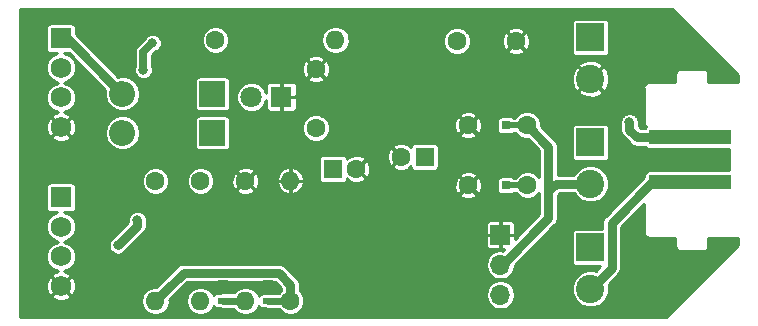
<source format=gbr>
G04 #@! TF.GenerationSoftware,KiCad,Pcbnew,5.0.0*
G04 #@! TF.CreationDate,2018-08-13T20:41:57+02:00*
G04 #@! TF.ProjectId,bobbycar,626F6262796361722E6B696361645F70,rev?*
G04 #@! TF.SameCoordinates,Original*
G04 #@! TF.FileFunction,Copper,L2,Bot,Signal*
G04 #@! TF.FilePolarity,Positive*
%FSLAX46Y46*%
G04 Gerber Fmt 4.6, Leading zero omitted, Abs format (unit mm)*
G04 Created by KiCad (PCBNEW 5.0.0) date Mon Aug 13 20:41:57 2018*
%MOMM*%
%LPD*%
G01*
G04 APERTURE LIST*
G04 #@! TA.AperFunction,ComponentPad*
%ADD10C,1.600000*%
G04 #@! TD*
G04 #@! TA.AperFunction,ComponentPad*
%ADD11O,1.600000X1.600000*%
G04 #@! TD*
G04 #@! TA.AperFunction,SMDPad,CuDef*
%ADD12R,0.900000X0.500000*%
G04 #@! TD*
G04 #@! TA.AperFunction,SMDPad,CuDef*
%ADD13R,0.800000X0.750000*%
G04 #@! TD*
G04 #@! TA.AperFunction,ComponentPad*
%ADD14O,2.200000X2.200000*%
G04 #@! TD*
G04 #@! TA.AperFunction,ComponentPad*
%ADD15R,2.200000X2.200000*%
G04 #@! TD*
G04 #@! TA.AperFunction,ComponentPad*
%ADD16R,1.700000X1.700000*%
G04 #@! TD*
G04 #@! TA.AperFunction,ComponentPad*
%ADD17O,1.700000X1.700000*%
G04 #@! TD*
G04 #@! TA.AperFunction,ComponentPad*
%ADD18R,1.600000X1.600000*%
G04 #@! TD*
G04 #@! TA.AperFunction,ComponentPad*
%ADD19C,1.750000*%
G04 #@! TD*
G04 #@! TA.AperFunction,ComponentPad*
%ADD20R,1.750000X1.750000*%
G04 #@! TD*
G04 #@! TA.AperFunction,ComponentPad*
%ADD21R,2.400000X2.400000*%
G04 #@! TD*
G04 #@! TA.AperFunction,ComponentPad*
%ADD22C,2.400000*%
G04 #@! TD*
G04 #@! TA.AperFunction,ComponentPad*
%ADD23R,1.800000X1.800000*%
G04 #@! TD*
G04 #@! TA.AperFunction,ComponentPad*
%ADD24C,1.800000*%
G04 #@! TD*
G04 #@! TA.AperFunction,SMDPad,CuDef*
%ADD25R,7.000000X1.270000*%
G04 #@! TD*
G04 #@! TA.AperFunction,ViaPad*
%ADD26C,0.800000*%
G04 #@! TD*
G04 #@! TA.AperFunction,Conductor*
%ADD27C,0.800000*%
G04 #@! TD*
G04 #@! TA.AperFunction,Conductor*
%ADD28C,0.500000*%
G04 #@! TD*
G04 #@! TA.AperFunction,Conductor*
%ADD29C,0.600000*%
G04 #@! TD*
G04 #@! TA.AperFunction,Conductor*
%ADD30C,0.700000*%
G04 #@! TD*
G04 #@! TA.AperFunction,Conductor*
%ADD31C,0.254000*%
G04 #@! TD*
G04 APERTURE END LIST*
D10*
G04 #@! TO.P,C2,2*
G04 #@! TO.N,GND*
X139018000Y-100965000D03*
G04 #@! TO.P,C2,1*
G04 #@! TO.N,RX*
X144018000Y-100965000D03*
G04 #@! TD*
G04 #@! TO.P,C3,1*
G04 #@! TO.N,VDD*
X126111000Y-96139000D03*
G04 #@! TO.P,C3,2*
G04 #@! TO.N,GND*
X126111000Y-91139000D03*
G04 #@! TD*
G04 #@! TO.P,C4,2*
G04 #@! TO.N,GND*
X143049000Y-88773000D03*
G04 #@! TO.P,C4,1*
G04 #@! TO.N,VCC*
X138049000Y-88773000D03*
G04 #@! TD*
G04 #@! TO.P,C1,1*
G04 #@! TO.N,GND*
X139001500Y-95885000D03*
G04 #@! TO.P,C1,2*
G04 #@! TO.N,TX*
X144001500Y-95885000D03*
G04 #@! TD*
D11*
G04 #@! TO.P,R2,2*
G04 #@! TO.N,GND*
X123952000Y-100584000D03*
D10*
G04 #@! TO.P,R2,1*
G04 #@! TO.N,RX*
X123952000Y-110744000D03*
G04 #@! TD*
D12*
G04 #@! TO.P,R7,1*
G04 #@! TO.N,RX*
X122047000Y-110744000D03*
G04 #@! TO.P,R7,2*
G04 #@! TO.N,GND*
X122047000Y-109244000D03*
G04 #@! TD*
G04 #@! TO.P,R6,2*
G04 #@! TO.N,TX*
X118237000Y-110720000D03*
G04 #@! TO.P,R6,1*
G04 #@! TO.N,GND*
X118237000Y-109220000D03*
G04 #@! TD*
D13*
G04 #@! TO.P,C7,1*
G04 #@! TO.N,GND*
X140740000Y-95885000D03*
G04 #@! TO.P,C7,2*
G04 #@! TO.N,TX*
X142240000Y-95885000D03*
G04 #@! TD*
G04 #@! TO.P,C8,2*
G04 #@! TO.N,GND*
X140740000Y-100965000D03*
G04 #@! TO.P,C8,1*
G04 #@! TO.N,RX*
X142240000Y-100965000D03*
G04 #@! TD*
D14*
G04 #@! TO.P,D1,2*
G04 #@! TO.N,Net-(D1-Pad2)*
X109728000Y-93218000D03*
D15*
G04 #@! TO.P,D1,1*
G04 #@! TO.N,VDD*
X117348000Y-93218000D03*
G04 #@! TD*
G04 #@! TO.P,D2,1*
G04 #@! TO.N,VDD*
X117348000Y-96520000D03*
D14*
G04 #@! TO.P,D2,2*
G04 #@! TO.N,Net-(D2-Pad2)*
X109728000Y-96520000D03*
G04 #@! TD*
D16*
G04 #@! TO.P,UART1,1*
G04 #@! TO.N,GND*
X141732000Y-105156000D03*
D17*
G04 #@! TO.P,UART1,2*
G04 #@! TO.N,TX*
X141732000Y-107696000D03*
G04 #@! TO.P,UART1,3*
G04 #@! TO.N,RX*
X141732000Y-110236000D03*
G04 #@! TD*
D10*
G04 #@! TO.P,R1,1*
G04 #@! TO.N,GND*
X120142000Y-100584000D03*
D11*
G04 #@! TO.P,R1,2*
G04 #@! TO.N,TX*
X120142000Y-110744000D03*
G04 #@! TD*
D10*
G04 #@! TO.P,R3,1*
G04 #@! TO.N,Net-(D3-Pad2)*
X117602000Y-88646000D03*
D11*
G04 #@! TO.P,R3,2*
G04 #@! TO.N,VCC*
X127762000Y-88646000D03*
G04 #@! TD*
G04 #@! TO.P,R4,2*
G04 #@! TO.N,RX*
X112522000Y-110744000D03*
D10*
G04 #@! TO.P,R4,1*
G04 #@! TO.N,VCC*
X112522000Y-100584000D03*
G04 #@! TD*
G04 #@! TO.P,R5,1*
G04 #@! TO.N,VCC*
X116332000Y-100584000D03*
D11*
G04 #@! TO.P,R5,2*
G04 #@! TO.N,TX*
X116332000Y-110744000D03*
G04 #@! TD*
D10*
G04 #@! TO.P,C5,2*
G04 #@! TO.N,GND*
X129540000Y-99568000D03*
D18*
G04 #@! TO.P,C5,1*
G04 #@! TO.N,VDD*
X127540000Y-99568000D03*
G04 #@! TD*
G04 #@! TO.P,C6,1*
G04 #@! TO.N,VCC*
X135318500Y-98552000D03*
D10*
G04 #@! TO.P,C6,2*
G04 #@! TO.N,GND*
X133318500Y-98552000D03*
G04 #@! TD*
D19*
G04 #@! TO.P,J1,4*
G04 #@! TO.N,GND*
X104521000Y-96019000D03*
G04 #@! TO.P,J1,3*
G04 #@! TO.N,RX.1*
X104521000Y-93519000D03*
G04 #@! TO.P,J1,2*
G04 #@! TO.N,TX.1*
X104521000Y-91019000D03*
D20*
G04 #@! TO.P,J1,1*
G04 #@! TO.N,Net-(D1-Pad2)*
X104521000Y-88519000D03*
G04 #@! TD*
G04 #@! TO.P,J2,1*
G04 #@! TO.N,Net-(D2-Pad2)*
X104521000Y-101981000D03*
D19*
G04 #@! TO.P,J2,2*
G04 #@! TO.N,TX*
X104521000Y-104481000D03*
G04 #@! TO.P,J2,3*
G04 #@! TO.N,RX*
X104521000Y-106981000D03*
G04 #@! TO.P,J2,4*
G04 #@! TO.N,GND*
X104521000Y-109481000D03*
G04 #@! TD*
D21*
G04 #@! TO.P,J4,1*
G04 #@! TO.N,VCC*
X149352000Y-106228000D03*
D22*
G04 #@! TO.P,J4,2*
G04 #@! TO.N,RX*
X149352000Y-109728000D03*
G04 #@! TD*
G04 #@! TO.P,J5,2*
G04 #@! TO.N,GND*
X149352000Y-91948000D03*
D21*
G04 #@! TO.P,J5,1*
G04 #@! TO.N,VCC*
X149352000Y-88448000D03*
G04 #@! TD*
G04 #@! TO.P,J3,1*
G04 #@! TO.N,VCC*
X149352000Y-97338000D03*
D22*
G04 #@! TO.P,J3,2*
G04 #@! TO.N,TX*
X149352000Y-100838000D03*
G04 #@! TD*
D23*
G04 #@! TO.P,D3,1*
G04 #@! TO.N,GND*
X123190000Y-93472000D03*
D24*
G04 #@! TO.P,D3,2*
G04 #@! TO.N,Net-(D3-Pad2)*
X120650000Y-93472000D03*
G04 #@! TD*
D25*
G04 #@! TO.P,J6,3*
G04 #@! TO.N,VCC*
X157792800Y-96906000D03*
G04 #@! TO.P,J6,4*
G04 #@! TO.N,RX*
X157792800Y-100706000D03*
G04 #@! TD*
D26*
G04 #@! TO.N,VCC*
X152654000Y-95631000D03*
G04 #@! TO.N,RX*
X109347000Y-106045000D03*
X110998000Y-103886000D03*
G04 #@! TO.N,GND*
X155448000Y-98806000D03*
X159385000Y-98806000D03*
X154051000Y-106299000D03*
X117094000Y-109474000D03*
X146812000Y-108966000D03*
X137541000Y-92646500D03*
X137541000Y-91821000D03*
X137541000Y-90995500D03*
X153924000Y-90805000D03*
X106045000Y-105664000D03*
X106172000Y-103251000D03*
X108585000Y-98425000D03*
X112268000Y-102616000D03*
X137541000Y-101092000D03*
G04 #@! TO.N,RX.1*
X112268000Y-88900000D03*
X111506000Y-91186000D03*
G04 #@! TD*
D27*
G04 #@! TO.N,VCC*
X153294000Y-96906000D02*
X152654000Y-96266000D01*
X158267400Y-96906000D02*
X153294000Y-96906000D01*
X152654000Y-96266000D02*
X152654000Y-95631000D01*
D28*
G04 #@! TO.N,RX*
X142240000Y-100965000D02*
X144018000Y-100965000D01*
D29*
X122047000Y-110744000D02*
X123952000Y-110744000D01*
D27*
X123952000Y-110744000D02*
X123952000Y-109368998D01*
X123952000Y-109368998D02*
X122953001Y-108369999D01*
X122953001Y-108369999D02*
X114896001Y-108369999D01*
X114896001Y-108369999D02*
X113321999Y-109944001D01*
X113321999Y-109944001D02*
X112522000Y-110744000D01*
X109855000Y-105537000D02*
X109347000Y-106045000D01*
X110998000Y-104394000D02*
X109855000Y-105537000D01*
X154584380Y-100706000D02*
X151152001Y-104138379D01*
X110998000Y-103886000D02*
X110998000Y-104394000D01*
X158267400Y-100706000D02*
X154584380Y-100706000D01*
X151152001Y-104138379D02*
X151152001Y-107927999D01*
X151152001Y-107927999D02*
X150551999Y-108528001D01*
X150551999Y-108528001D02*
X149352000Y-109728000D01*
D30*
G04 #@! TO.N,RX.1*
X111506000Y-89662000D02*
X112268000Y-88900000D01*
X111506000Y-91186000D02*
X111506000Y-89662000D01*
D27*
G04 #@! TO.N,Net-(D1-Pad2)*
X105022000Y-88512000D02*
X109728000Y-93218000D01*
D28*
G04 #@! TO.N,TX*
X142240000Y-95885000D02*
X144001500Y-95885000D01*
D27*
X145796000Y-101473000D02*
X145796000Y-97679500D01*
X145796000Y-97679500D02*
X144001500Y-95885000D01*
D29*
X118237000Y-110720000D02*
X120118000Y-110720000D01*
X120118000Y-110720000D02*
X120142000Y-110744000D01*
D27*
X145796000Y-101473000D02*
X145796000Y-103124000D01*
X149352000Y-100838000D02*
X146431000Y-100838000D01*
X146431000Y-100838000D02*
X145796000Y-101473000D01*
X141859000Y-107696000D02*
X145796000Y-103759000D01*
X145796000Y-103759000D02*
X145796000Y-103124000D01*
G04 #@! TD*
D31*
G04 #@! TO.N,GND*
G36*
X161875000Y-91618526D02*
X161875001Y-92228200D01*
X159308000Y-92228200D01*
X159308000Y-91558645D01*
X159316443Y-91516200D01*
X159282992Y-91348032D01*
X159187733Y-91205467D01*
X159045168Y-91110208D01*
X158919445Y-91085200D01*
X158877000Y-91076757D01*
X158834555Y-91085200D01*
X157014445Y-91085200D01*
X156972000Y-91076757D01*
X156929555Y-91085200D01*
X156803832Y-91110208D01*
X156661267Y-91205467D01*
X156566008Y-91348032D01*
X156532557Y-91516200D01*
X156541001Y-91558650D01*
X156541000Y-92228200D01*
X154322045Y-92228200D01*
X154279600Y-92219757D01*
X154237155Y-92228200D01*
X154111432Y-92253208D01*
X153968867Y-92348467D01*
X153873608Y-92491032D01*
X153840157Y-92659200D01*
X153848601Y-92701650D01*
X153848600Y-95563154D01*
X153840157Y-95605600D01*
X153873608Y-95773768D01*
X153926197Y-95852473D01*
X153968867Y-95916333D01*
X154053341Y-95972777D01*
X154018114Y-95996314D01*
X153933906Y-96122341D01*
X153933377Y-96125000D01*
X153617500Y-96125000D01*
X153435000Y-95942500D01*
X153435000Y-95475649D01*
X153404985Y-95403186D01*
X153389685Y-95326269D01*
X153346115Y-95261062D01*
X153316100Y-95188599D01*
X153260639Y-95133138D01*
X153217069Y-95067931D01*
X153151862Y-95024361D01*
X153096401Y-94968900D01*
X153023938Y-94938885D01*
X152958731Y-94895315D01*
X152881814Y-94880015D01*
X152809351Y-94850000D01*
X152730918Y-94850000D01*
X152654000Y-94834700D01*
X152577082Y-94850000D01*
X152498649Y-94850000D01*
X152426185Y-94880016D01*
X152349270Y-94895315D01*
X152284065Y-94938884D01*
X152211599Y-94968900D01*
X152156136Y-95024363D01*
X152090932Y-95067931D01*
X152047363Y-95133136D01*
X151991900Y-95188599D01*
X151961884Y-95261063D01*
X151918315Y-95326269D01*
X151903015Y-95403186D01*
X151873000Y-95475649D01*
X151873000Y-96189086D01*
X151857701Y-96266000D01*
X151873000Y-96342914D01*
X151873000Y-96342917D01*
X151918315Y-96570730D01*
X152090931Y-96829069D01*
X152156141Y-96872641D01*
X152687359Y-97403859D01*
X152730931Y-97469069D01*
X152931883Y-97603341D01*
X152989269Y-97641685D01*
X153294000Y-97702300D01*
X153370918Y-97687000D01*
X153933377Y-97687000D01*
X153933906Y-97689659D01*
X154018114Y-97815686D01*
X154144141Y-97899894D01*
X154292800Y-97929464D01*
X161113001Y-97929464D01*
X161113000Y-99682536D01*
X154292800Y-99682536D01*
X154144141Y-99712106D01*
X154018114Y-99796314D01*
X153933906Y-99922341D01*
X153904336Y-100071000D01*
X153904336Y-100281543D01*
X150654142Y-103531738D01*
X150588932Y-103575310D01*
X150416316Y-103833649D01*
X150371001Y-104061462D01*
X150371001Y-104061465D01*
X150355702Y-104138379D01*
X150371001Y-104215293D01*
X150371001Y-104639536D01*
X148152000Y-104639536D01*
X148003341Y-104669106D01*
X147877314Y-104753314D01*
X147793106Y-104879341D01*
X147763536Y-105028000D01*
X147763536Y-107428000D01*
X147793106Y-107576659D01*
X147877314Y-107702686D01*
X148003341Y-107786894D01*
X148152000Y-107816464D01*
X150159036Y-107816464D01*
X150054140Y-107921360D01*
X150054137Y-107921362D01*
X149781045Y-108194454D01*
X149666481Y-108147000D01*
X149037519Y-108147000D01*
X148456435Y-108387693D01*
X148011693Y-108832435D01*
X147771000Y-109413519D01*
X147771000Y-110042481D01*
X148011693Y-110623565D01*
X148456435Y-111068307D01*
X149037519Y-111309000D01*
X149666481Y-111309000D01*
X150247565Y-111068307D01*
X150692307Y-110623565D01*
X150933000Y-110042481D01*
X150933000Y-109413519D01*
X150885546Y-109298955D01*
X151158638Y-109025863D01*
X151158640Y-109025860D01*
X151649863Y-108534638D01*
X151715070Y-108491068D01*
X151887686Y-108232730D01*
X151933001Y-108004917D01*
X151933001Y-108004913D01*
X151948300Y-107927999D01*
X151933001Y-107851085D01*
X151933001Y-104461879D01*
X153848601Y-102546280D01*
X153848600Y-104910354D01*
X153840157Y-104952800D01*
X153873608Y-105120968D01*
X153921382Y-105192467D01*
X153968867Y-105263533D01*
X154111432Y-105358792D01*
X154279600Y-105392243D01*
X154322045Y-105383800D01*
X156541001Y-105383800D01*
X156541000Y-106053354D01*
X156532557Y-106095800D01*
X156566008Y-106263968D01*
X156661267Y-106406533D01*
X156803832Y-106501792D01*
X156972000Y-106535243D01*
X157014445Y-106526800D01*
X158834555Y-106526800D01*
X158877000Y-106535243D01*
X158919445Y-106526800D01*
X159045168Y-106501792D01*
X159187733Y-106406533D01*
X159282992Y-106263968D01*
X159316443Y-106095800D01*
X159308000Y-106053355D01*
X159308000Y-105383800D01*
X161875001Y-105383800D01*
X161875000Y-105993474D01*
X155777475Y-112091000D01*
X101015000Y-112091000D01*
X101015000Y-110744000D01*
X111317863Y-110744000D01*
X111409522Y-111204803D01*
X111670547Y-111595453D01*
X112061197Y-111856478D01*
X112405682Y-111925000D01*
X112638318Y-111925000D01*
X112982803Y-111856478D01*
X113373453Y-111595453D01*
X113634478Y-111204803D01*
X113726137Y-110744000D01*
X113709606Y-110660894D01*
X113928638Y-110441863D01*
X113928640Y-110441860D01*
X115219502Y-109150999D01*
X122629501Y-109150999D01*
X123171001Y-109692499D01*
X123171001Y-109854813D01*
X122962814Y-110063000D01*
X121979931Y-110063000D01*
X121781287Y-110102513D01*
X121776763Y-110105536D01*
X121597000Y-110105536D01*
X121448341Y-110135106D01*
X121322314Y-110219314D01*
X121260248Y-110312203D01*
X121254478Y-110283197D01*
X120993453Y-109892547D01*
X120602803Y-109631522D01*
X120258318Y-109563000D01*
X120025682Y-109563000D01*
X119681197Y-109631522D01*
X119290547Y-109892547D01*
X119192690Y-110039000D01*
X118169931Y-110039000D01*
X117971287Y-110078513D01*
X117966763Y-110081536D01*
X117787000Y-110081536D01*
X117638341Y-110111106D01*
X117512314Y-110195314D01*
X117446569Y-110293709D01*
X117444478Y-110283197D01*
X117183453Y-109892547D01*
X116792803Y-109631522D01*
X116448318Y-109563000D01*
X116215682Y-109563000D01*
X115871197Y-109631522D01*
X115480547Y-109892547D01*
X115219522Y-110283197D01*
X115127863Y-110744000D01*
X115219522Y-111204803D01*
X115480547Y-111595453D01*
X115871197Y-111856478D01*
X116215682Y-111925000D01*
X116448318Y-111925000D01*
X116792803Y-111856478D01*
X117183453Y-111595453D01*
X117444478Y-111204803D01*
X117453926Y-111157302D01*
X117512314Y-111244686D01*
X117638341Y-111328894D01*
X117787000Y-111358464D01*
X117966763Y-111358464D01*
X117971287Y-111361487D01*
X118169931Y-111401000D01*
X119160617Y-111401000D01*
X119290547Y-111595453D01*
X119681197Y-111856478D01*
X120025682Y-111925000D01*
X120258318Y-111925000D01*
X120602803Y-111856478D01*
X120993453Y-111595453D01*
X121254478Y-111204803D01*
X121260248Y-111175797D01*
X121322314Y-111268686D01*
X121448341Y-111352894D01*
X121597000Y-111382464D01*
X121776763Y-111382464D01*
X121781287Y-111385487D01*
X121979931Y-111425000D01*
X122962814Y-111425000D01*
X123283017Y-111745203D01*
X123717085Y-111925000D01*
X124186915Y-111925000D01*
X124620983Y-111745203D01*
X124953203Y-111412983D01*
X125133000Y-110978915D01*
X125133000Y-110509085D01*
X125019885Y-110236000D01*
X140476884Y-110236000D01*
X140572424Y-110716312D01*
X140844499Y-111123501D01*
X141251688Y-111395576D01*
X141610761Y-111467000D01*
X141853239Y-111467000D01*
X142212312Y-111395576D01*
X142619501Y-111123501D01*
X142891576Y-110716312D01*
X142987116Y-110236000D01*
X142891576Y-109755688D01*
X142619501Y-109348499D01*
X142212312Y-109076424D01*
X141853239Y-109005000D01*
X141610761Y-109005000D01*
X141251688Y-109076424D01*
X140844499Y-109348499D01*
X140572424Y-109755688D01*
X140476884Y-110236000D01*
X125019885Y-110236000D01*
X124953203Y-110075017D01*
X124733000Y-109854814D01*
X124733000Y-109445912D01*
X124748299Y-109368998D01*
X124733000Y-109292084D01*
X124733000Y-109292080D01*
X124687685Y-109064267D01*
X124515069Y-108805929D01*
X124449862Y-108762359D01*
X123559642Y-107872140D01*
X123516070Y-107806930D01*
X123350052Y-107696000D01*
X140476884Y-107696000D01*
X140572424Y-108176312D01*
X140844499Y-108583501D01*
X141251688Y-108855576D01*
X141610761Y-108927000D01*
X141853239Y-108927000D01*
X142212312Y-108855576D01*
X142619501Y-108583501D01*
X142891576Y-108176312D01*
X142987116Y-107696000D01*
X142983198Y-107676302D01*
X146293863Y-104365638D01*
X146359069Y-104322069D01*
X146419809Y-104231166D01*
X146531685Y-104063731D01*
X146540334Y-104020250D01*
X146577000Y-103835918D01*
X146577000Y-103835914D01*
X146592299Y-103759000D01*
X146577000Y-103682086D01*
X146577000Y-101796500D01*
X146754500Y-101619000D01*
X147964239Y-101619000D01*
X148011693Y-101733565D01*
X148456435Y-102178307D01*
X149037519Y-102419000D01*
X149666481Y-102419000D01*
X150247565Y-102178307D01*
X150692307Y-101733565D01*
X150933000Y-101152481D01*
X150933000Y-100523519D01*
X150692307Y-99942435D01*
X150247565Y-99497693D01*
X149666481Y-99257000D01*
X149037519Y-99257000D01*
X148456435Y-99497693D01*
X148011693Y-99942435D01*
X147964239Y-100057000D01*
X146577000Y-100057000D01*
X146577000Y-97756413D01*
X146592299Y-97679499D01*
X146577000Y-97602585D01*
X146577000Y-97602582D01*
X146531685Y-97374769D01*
X146359069Y-97116431D01*
X146293862Y-97072861D01*
X145359001Y-96138000D01*
X147763536Y-96138000D01*
X147763536Y-98538000D01*
X147793106Y-98686659D01*
X147877314Y-98812686D01*
X148003341Y-98896894D01*
X148152000Y-98926464D01*
X150552000Y-98926464D01*
X150700659Y-98896894D01*
X150826686Y-98812686D01*
X150910894Y-98686659D01*
X150940464Y-98538000D01*
X150940464Y-96138000D01*
X150910894Y-95989341D01*
X150826686Y-95863314D01*
X150700659Y-95779106D01*
X150552000Y-95749536D01*
X148152000Y-95749536D01*
X148003341Y-95779106D01*
X147877314Y-95863314D01*
X147793106Y-95989341D01*
X147763536Y-96138000D01*
X145359001Y-96138000D01*
X145182500Y-95961500D01*
X145182500Y-95650085D01*
X145002703Y-95216017D01*
X144670483Y-94883797D01*
X144236415Y-94704000D01*
X143766585Y-94704000D01*
X143332517Y-94883797D01*
X143000297Y-95216017D01*
X142984564Y-95254000D01*
X142927172Y-95254000D01*
X142914686Y-95235314D01*
X142788659Y-95151106D01*
X142640000Y-95121536D01*
X141840000Y-95121536D01*
X141691341Y-95151106D01*
X141565314Y-95235314D01*
X141481106Y-95361341D01*
X141451536Y-95510000D01*
X141451536Y-96260000D01*
X141481106Y-96408659D01*
X141565314Y-96534686D01*
X141691341Y-96618894D01*
X141840000Y-96648464D01*
X142640000Y-96648464D01*
X142788659Y-96618894D01*
X142914686Y-96534686D01*
X142927172Y-96516000D01*
X142984564Y-96516000D01*
X143000297Y-96553983D01*
X143332517Y-96886203D01*
X143766585Y-97066000D01*
X144078000Y-97066000D01*
X145015001Y-98003002D01*
X145015000Y-100291814D01*
X144686983Y-99963797D01*
X144252915Y-99784000D01*
X143783085Y-99784000D01*
X143349017Y-99963797D01*
X143016797Y-100296017D01*
X143001064Y-100334000D01*
X142927172Y-100334000D01*
X142914686Y-100315314D01*
X142788659Y-100231106D01*
X142640000Y-100201536D01*
X141840000Y-100201536D01*
X141691341Y-100231106D01*
X141565314Y-100315314D01*
X141481106Y-100441341D01*
X141451536Y-100590000D01*
X141451536Y-101340000D01*
X141481106Y-101488659D01*
X141565314Y-101614686D01*
X141691341Y-101698894D01*
X141840000Y-101728464D01*
X142640000Y-101728464D01*
X142788659Y-101698894D01*
X142914686Y-101614686D01*
X142927172Y-101596000D01*
X143001064Y-101596000D01*
X143016797Y-101633983D01*
X143349017Y-101966203D01*
X143783085Y-102146000D01*
X144252915Y-102146000D01*
X144686983Y-101966203D01*
X145015000Y-101638186D01*
X145015001Y-103047077D01*
X145015000Y-103047082D01*
X145015000Y-103435499D01*
X142963000Y-105487500D01*
X142963000Y-105274250D01*
X142867750Y-105179000D01*
X141755000Y-105179000D01*
X141755000Y-106291750D01*
X141850250Y-106387000D01*
X142063500Y-106387000D01*
X141963556Y-106486943D01*
X141853239Y-106465000D01*
X141610761Y-106465000D01*
X141251688Y-106536424D01*
X140844499Y-106808499D01*
X140572424Y-107215688D01*
X140476884Y-107696000D01*
X123350052Y-107696000D01*
X123257732Y-107634314D01*
X123029919Y-107588999D01*
X123029915Y-107588999D01*
X122953001Y-107573700D01*
X122876087Y-107588999D01*
X114972915Y-107588999D01*
X114896001Y-107573700D01*
X114819087Y-107588999D01*
X114819083Y-107588999D01*
X114591270Y-107634314D01*
X114332932Y-107806930D01*
X114289362Y-107872137D01*
X112824140Y-109337360D01*
X112824137Y-109337362D01*
X112598499Y-109563000D01*
X112405682Y-109563000D01*
X112061197Y-109631522D01*
X111670547Y-109892547D01*
X111409522Y-110283197D01*
X111317863Y-110744000D01*
X101015000Y-110744000D01*
X101015000Y-110335279D01*
X103699248Y-110335279D01*
X103787008Y-110530383D01*
X104244461Y-110731390D01*
X104744015Y-110742037D01*
X105209617Y-110560702D01*
X105254992Y-110530383D01*
X105342752Y-110335279D01*
X104521000Y-109513527D01*
X103699248Y-110335279D01*
X101015000Y-110335279D01*
X101015000Y-109704015D01*
X103259963Y-109704015D01*
X103441298Y-110169617D01*
X103471617Y-110214992D01*
X103666721Y-110302752D01*
X104488473Y-109481000D01*
X104553527Y-109481000D01*
X105375279Y-110302752D01*
X105570383Y-110214992D01*
X105771390Y-109757539D01*
X105782037Y-109257985D01*
X105600702Y-108792383D01*
X105570383Y-108747008D01*
X105375279Y-108659248D01*
X104553527Y-109481000D01*
X104488473Y-109481000D01*
X103666721Y-108659248D01*
X103471617Y-108747008D01*
X103270610Y-109204461D01*
X103259963Y-109704015D01*
X101015000Y-109704015D01*
X101015000Y-101106000D01*
X103257536Y-101106000D01*
X103257536Y-102856000D01*
X103287106Y-103004659D01*
X103371314Y-103130686D01*
X103497341Y-103214894D01*
X103646000Y-103244464D01*
X104224176Y-103244464D01*
X103809533Y-103416215D01*
X103456215Y-103769533D01*
X103265000Y-104231166D01*
X103265000Y-104730834D01*
X103456215Y-105192467D01*
X103809533Y-105545785D01*
X104256681Y-105731000D01*
X103809533Y-105916215D01*
X103456215Y-106269533D01*
X103265000Y-106731166D01*
X103265000Y-107230834D01*
X103456215Y-107692467D01*
X103809533Y-108045785D01*
X104262964Y-108233603D01*
X103832383Y-108401298D01*
X103787008Y-108431617D01*
X103699248Y-108626721D01*
X104521000Y-109448473D01*
X105342752Y-108626721D01*
X105254992Y-108431617D01*
X104797539Y-108230610D01*
X104786813Y-108230381D01*
X105232467Y-108045785D01*
X105585785Y-107692467D01*
X105777000Y-107230834D01*
X105777000Y-106731166D01*
X105585785Y-106269533D01*
X105361252Y-106045000D01*
X108550701Y-106045000D01*
X108566000Y-106121914D01*
X108566000Y-106200351D01*
X108596016Y-106272816D01*
X108611315Y-106349730D01*
X108654884Y-106414936D01*
X108684900Y-106487401D01*
X108740362Y-106542863D01*
X108783931Y-106608069D01*
X108849137Y-106651638D01*
X108904599Y-106707100D01*
X108977064Y-106737116D01*
X109042270Y-106780685D01*
X109119184Y-106795984D01*
X109191649Y-106826000D01*
X109270086Y-106826000D01*
X109347000Y-106841299D01*
X109423914Y-106826000D01*
X109502351Y-106826000D01*
X109574816Y-106795984D01*
X109651730Y-106780685D01*
X109716935Y-106737116D01*
X109789401Y-106707100D01*
X110461639Y-106034862D01*
X110461641Y-106034859D01*
X111222250Y-105274250D01*
X140501000Y-105274250D01*
X140501000Y-106081785D01*
X140559004Y-106221819D01*
X140666180Y-106328996D01*
X140806214Y-106387000D01*
X141613750Y-106387000D01*
X141709000Y-106291750D01*
X141709000Y-105179000D01*
X140596250Y-105179000D01*
X140501000Y-105274250D01*
X111222250Y-105274250D01*
X111495862Y-105000639D01*
X111561069Y-104957069D01*
X111733685Y-104698731D01*
X111779000Y-104470918D01*
X111779000Y-104470915D01*
X111794299Y-104394001D01*
X111779000Y-104317087D01*
X111779000Y-104230215D01*
X140501000Y-104230215D01*
X140501000Y-105037750D01*
X140596250Y-105133000D01*
X141709000Y-105133000D01*
X141709000Y-104020250D01*
X141755000Y-104020250D01*
X141755000Y-105133000D01*
X142867750Y-105133000D01*
X142963000Y-105037750D01*
X142963000Y-104230215D01*
X142904996Y-104090181D01*
X142797820Y-103983004D01*
X142657786Y-103925000D01*
X141850250Y-103925000D01*
X141755000Y-104020250D01*
X141709000Y-104020250D01*
X141613750Y-103925000D01*
X140806214Y-103925000D01*
X140666180Y-103983004D01*
X140559004Y-104090181D01*
X140501000Y-104230215D01*
X111779000Y-104230215D01*
X111779000Y-103730649D01*
X111748985Y-103658186D01*
X111733685Y-103581269D01*
X111690115Y-103516062D01*
X111660100Y-103443599D01*
X111604639Y-103388138D01*
X111561069Y-103322931D01*
X111495863Y-103279362D01*
X111440401Y-103223900D01*
X111367936Y-103193884D01*
X111302730Y-103150315D01*
X111225815Y-103135016D01*
X111153351Y-103105000D01*
X111074918Y-103105000D01*
X110998000Y-103089700D01*
X110921082Y-103105000D01*
X110842649Y-103105000D01*
X110770186Y-103135015D01*
X110693269Y-103150315D01*
X110628062Y-103193885D01*
X110555599Y-103223900D01*
X110500138Y-103279361D01*
X110434931Y-103322931D01*
X110391362Y-103388137D01*
X110335900Y-103443599D01*
X110305884Y-103516064D01*
X110262315Y-103581270D01*
X110247016Y-103658185D01*
X110217000Y-103730649D01*
X110217000Y-104070499D01*
X109357141Y-104930359D01*
X109357138Y-104930361D01*
X108684900Y-105602599D01*
X108654884Y-105675065D01*
X108611315Y-105740270D01*
X108596016Y-105817184D01*
X108566000Y-105889649D01*
X108566000Y-105968086D01*
X108550701Y-106045000D01*
X105361252Y-106045000D01*
X105232467Y-105916215D01*
X104785319Y-105731000D01*
X105232467Y-105545785D01*
X105585785Y-105192467D01*
X105777000Y-104730834D01*
X105777000Y-104231166D01*
X105585785Y-103769533D01*
X105232467Y-103416215D01*
X104817824Y-103244464D01*
X105396000Y-103244464D01*
X105544659Y-103214894D01*
X105670686Y-103130686D01*
X105754894Y-103004659D01*
X105784464Y-102856000D01*
X105784464Y-101106000D01*
X105754894Y-100957341D01*
X105670686Y-100831314D01*
X105544659Y-100747106D01*
X105396000Y-100717536D01*
X103646000Y-100717536D01*
X103497341Y-100747106D01*
X103371314Y-100831314D01*
X103287106Y-100957341D01*
X103257536Y-101106000D01*
X101015000Y-101106000D01*
X101015000Y-100349085D01*
X111341000Y-100349085D01*
X111341000Y-100818915D01*
X111520797Y-101252983D01*
X111853017Y-101585203D01*
X112287085Y-101765000D01*
X112756915Y-101765000D01*
X113190983Y-101585203D01*
X113523203Y-101252983D01*
X113703000Y-100818915D01*
X113703000Y-100349085D01*
X115151000Y-100349085D01*
X115151000Y-100818915D01*
X115330797Y-101252983D01*
X115663017Y-101585203D01*
X116097085Y-101765000D01*
X116566915Y-101765000D01*
X117000983Y-101585203D01*
X117201990Y-101384196D01*
X119374331Y-101384196D01*
X119452963Y-101571509D01*
X119883316Y-101760023D01*
X120353051Y-101769498D01*
X120364059Y-101765196D01*
X138250331Y-101765196D01*
X138328963Y-101952509D01*
X138759316Y-102141023D01*
X139229051Y-102150498D01*
X139666656Y-101979492D01*
X139707037Y-101952509D01*
X139785669Y-101765196D01*
X139018000Y-100997527D01*
X138250331Y-101765196D01*
X120364059Y-101765196D01*
X120790656Y-101598492D01*
X120831037Y-101571509D01*
X120909669Y-101384196D01*
X120142000Y-100616527D01*
X119374331Y-101384196D01*
X117201990Y-101384196D01*
X117333203Y-101252983D01*
X117513000Y-100818915D01*
X117513000Y-100795051D01*
X118956502Y-100795051D01*
X119127508Y-101232656D01*
X119154491Y-101273037D01*
X119341804Y-101351669D01*
X120109473Y-100584000D01*
X120174527Y-100584000D01*
X120942196Y-101351669D01*
X121129509Y-101273037D01*
X121318023Y-100842684D01*
X121319056Y-100791431D01*
X122789357Y-100791431D01*
X122957238Y-101220565D01*
X123276563Y-101552788D01*
X123698717Y-101737522D01*
X123744569Y-101746641D01*
X123929000Y-101669506D01*
X123929000Y-100607000D01*
X123975000Y-100607000D01*
X123975000Y-101669506D01*
X124159431Y-101746641D01*
X124205283Y-101737522D01*
X124627437Y-101552788D01*
X124946762Y-101220565D01*
X124964176Y-101176051D01*
X137832502Y-101176051D01*
X138003508Y-101613656D01*
X138030491Y-101654037D01*
X138217804Y-101732669D01*
X138985473Y-100965000D01*
X139050527Y-100965000D01*
X139818196Y-101732669D01*
X140005509Y-101654037D01*
X140194023Y-101223684D01*
X140203498Y-100753949D01*
X140032492Y-100316344D01*
X140005509Y-100275963D01*
X139818196Y-100197331D01*
X139050527Y-100965000D01*
X138985473Y-100965000D01*
X138217804Y-100197331D01*
X138030491Y-100275963D01*
X137841977Y-100706316D01*
X137832502Y-101176051D01*
X124964176Y-101176051D01*
X125114643Y-100791431D01*
X125037528Y-100607000D01*
X123975000Y-100607000D01*
X123929000Y-100607000D01*
X122866472Y-100607000D01*
X122789357Y-100791431D01*
X121319056Y-100791431D01*
X121327424Y-100376569D01*
X122789357Y-100376569D01*
X122866472Y-100561000D01*
X123929000Y-100561000D01*
X123929000Y-99498494D01*
X123975000Y-99498494D01*
X123975000Y-100561000D01*
X125037528Y-100561000D01*
X125114643Y-100376569D01*
X124946762Y-99947435D01*
X124627437Y-99615212D01*
X124205283Y-99430478D01*
X124159431Y-99421359D01*
X123975000Y-99498494D01*
X123929000Y-99498494D01*
X123744569Y-99421359D01*
X123698717Y-99430478D01*
X123276563Y-99615212D01*
X122957238Y-99947435D01*
X122789357Y-100376569D01*
X121327424Y-100376569D01*
X121327498Y-100372949D01*
X121156492Y-99935344D01*
X121129509Y-99894963D01*
X120942196Y-99816331D01*
X120174527Y-100584000D01*
X120109473Y-100584000D01*
X119341804Y-99816331D01*
X119154491Y-99894963D01*
X118965977Y-100325316D01*
X118956502Y-100795051D01*
X117513000Y-100795051D01*
X117513000Y-100349085D01*
X117333203Y-99915017D01*
X117201990Y-99783804D01*
X119374331Y-99783804D01*
X120142000Y-100551473D01*
X120909669Y-99783804D01*
X120831037Y-99596491D01*
X120400684Y-99407977D01*
X119930949Y-99398502D01*
X119493344Y-99569508D01*
X119452963Y-99596491D01*
X119374331Y-99783804D01*
X117201990Y-99783804D01*
X117000983Y-99582797D01*
X116566915Y-99403000D01*
X116097085Y-99403000D01*
X115663017Y-99582797D01*
X115330797Y-99915017D01*
X115151000Y-100349085D01*
X113703000Y-100349085D01*
X113523203Y-99915017D01*
X113190983Y-99582797D01*
X112756915Y-99403000D01*
X112287085Y-99403000D01*
X111853017Y-99582797D01*
X111520797Y-99915017D01*
X111341000Y-100349085D01*
X101015000Y-100349085D01*
X101015000Y-98768000D01*
X126351536Y-98768000D01*
X126351536Y-100368000D01*
X126381106Y-100516659D01*
X126465314Y-100642686D01*
X126591341Y-100726894D01*
X126740000Y-100756464D01*
X128340000Y-100756464D01*
X128488659Y-100726894D01*
X128614686Y-100642686D01*
X128698894Y-100516659D01*
X128717522Y-100423008D01*
X128772332Y-100368198D01*
X128850963Y-100555509D01*
X129281316Y-100744023D01*
X129751051Y-100753498D01*
X130188656Y-100582492D01*
X130229037Y-100555509D01*
X130307669Y-100368196D01*
X129540000Y-99600527D01*
X129525858Y-99614669D01*
X129493331Y-99582142D01*
X129507473Y-99568000D01*
X129572527Y-99568000D01*
X130340196Y-100335669D01*
X130527509Y-100257037D01*
X130567911Y-100164804D01*
X138250331Y-100164804D01*
X139018000Y-100932473D01*
X139785669Y-100164804D01*
X139707037Y-99977491D01*
X139276684Y-99788977D01*
X138806949Y-99779502D01*
X138369344Y-99950508D01*
X138328963Y-99977491D01*
X138250331Y-100164804D01*
X130567911Y-100164804D01*
X130716023Y-99826684D01*
X130725498Y-99356949D01*
X130554492Y-98919344D01*
X130527509Y-98878963D01*
X130340196Y-98800331D01*
X129572527Y-99568000D01*
X129507473Y-99568000D01*
X129493331Y-99553858D01*
X129525858Y-99521331D01*
X129540000Y-99535473D01*
X130307669Y-98767804D01*
X130305674Y-98763051D01*
X132133002Y-98763051D01*
X132304008Y-99200656D01*
X132330991Y-99241037D01*
X132518304Y-99319669D01*
X133285973Y-98552000D01*
X132518304Y-97784331D01*
X132330991Y-97862963D01*
X132142477Y-98293316D01*
X132133002Y-98763051D01*
X130305674Y-98763051D01*
X130229037Y-98580491D01*
X129798684Y-98391977D01*
X129328949Y-98382502D01*
X128891344Y-98553508D01*
X128850963Y-98580491D01*
X128772332Y-98767802D01*
X128717522Y-98712992D01*
X128698894Y-98619341D01*
X128614686Y-98493314D01*
X128488659Y-98409106D01*
X128340000Y-98379536D01*
X126740000Y-98379536D01*
X126591341Y-98409106D01*
X126465314Y-98493314D01*
X126381106Y-98619341D01*
X126351536Y-98768000D01*
X101015000Y-98768000D01*
X101015000Y-96873279D01*
X103699248Y-96873279D01*
X103787008Y-97068383D01*
X104244461Y-97269390D01*
X104744015Y-97280037D01*
X105209617Y-97098702D01*
X105254992Y-97068383D01*
X105342752Y-96873279D01*
X104521000Y-96051527D01*
X103699248Y-96873279D01*
X101015000Y-96873279D01*
X101015000Y-96242015D01*
X103259963Y-96242015D01*
X103441298Y-96707617D01*
X103471617Y-96752992D01*
X103666721Y-96840752D01*
X104488473Y-96019000D01*
X104553527Y-96019000D01*
X105375279Y-96840752D01*
X105570383Y-96752992D01*
X105672760Y-96520000D01*
X108217986Y-96520000D01*
X108332929Y-97097857D01*
X108660259Y-97587741D01*
X109150143Y-97915071D01*
X109582137Y-98001000D01*
X109873863Y-98001000D01*
X110305857Y-97915071D01*
X110795741Y-97587741D01*
X111123071Y-97097857D01*
X111238014Y-96520000D01*
X111123071Y-95942143D01*
X110795741Y-95452259D01*
X110747462Y-95420000D01*
X115859536Y-95420000D01*
X115859536Y-97620000D01*
X115889106Y-97768659D01*
X115973314Y-97894686D01*
X116099341Y-97978894D01*
X116248000Y-98008464D01*
X118448000Y-98008464D01*
X118596659Y-97978894D01*
X118722686Y-97894686D01*
X118806894Y-97768659D01*
X118810246Y-97751804D01*
X132550831Y-97751804D01*
X133318500Y-98519473D01*
X133332642Y-98505331D01*
X133365169Y-98537858D01*
X133351027Y-98552000D01*
X133365169Y-98566142D01*
X133332642Y-98598669D01*
X133318500Y-98584527D01*
X132550831Y-99352196D01*
X132629463Y-99539509D01*
X133059816Y-99728023D01*
X133529551Y-99737498D01*
X133967156Y-99566492D01*
X134007537Y-99539509D01*
X134086168Y-99352198D01*
X134140978Y-99407008D01*
X134159606Y-99500659D01*
X134243814Y-99626686D01*
X134369841Y-99710894D01*
X134518500Y-99740464D01*
X136118500Y-99740464D01*
X136267159Y-99710894D01*
X136393186Y-99626686D01*
X136477394Y-99500659D01*
X136506964Y-99352000D01*
X136506964Y-97752000D01*
X136477394Y-97603341D01*
X136393186Y-97477314D01*
X136267159Y-97393106D01*
X136118500Y-97363536D01*
X134518500Y-97363536D01*
X134369841Y-97393106D01*
X134243814Y-97477314D01*
X134159606Y-97603341D01*
X134140978Y-97696992D01*
X134086168Y-97751802D01*
X134007537Y-97564491D01*
X133577184Y-97375977D01*
X133107449Y-97366502D01*
X132669844Y-97537508D01*
X132629463Y-97564491D01*
X132550831Y-97751804D01*
X118810246Y-97751804D01*
X118836464Y-97620000D01*
X118836464Y-95904085D01*
X124930000Y-95904085D01*
X124930000Y-96373915D01*
X125109797Y-96807983D01*
X125442017Y-97140203D01*
X125876085Y-97320000D01*
X126345915Y-97320000D01*
X126779983Y-97140203D01*
X127112203Y-96807983D01*
X127163063Y-96685196D01*
X138233831Y-96685196D01*
X138312463Y-96872509D01*
X138742816Y-97061023D01*
X139212551Y-97070498D01*
X139650156Y-96899492D01*
X139690537Y-96872509D01*
X139769169Y-96685196D01*
X139001500Y-95917527D01*
X138233831Y-96685196D01*
X127163063Y-96685196D01*
X127292000Y-96373915D01*
X127292000Y-96096051D01*
X137816002Y-96096051D01*
X137987008Y-96533656D01*
X138013991Y-96574037D01*
X138201304Y-96652669D01*
X138968973Y-95885000D01*
X139034027Y-95885000D01*
X139801696Y-96652669D01*
X139989009Y-96574037D01*
X140177523Y-96143684D01*
X140186998Y-95673949D01*
X140015992Y-95236344D01*
X139989009Y-95195963D01*
X139801696Y-95117331D01*
X139034027Y-95885000D01*
X138968973Y-95885000D01*
X138201304Y-95117331D01*
X138013991Y-95195963D01*
X137825477Y-95626316D01*
X137816002Y-96096051D01*
X127292000Y-96096051D01*
X127292000Y-95904085D01*
X127112203Y-95470017D01*
X126779983Y-95137797D01*
X126652047Y-95084804D01*
X138233831Y-95084804D01*
X139001500Y-95852473D01*
X139769169Y-95084804D01*
X139690537Y-94897491D01*
X139260184Y-94708977D01*
X138790449Y-94699502D01*
X138352844Y-94870508D01*
X138312463Y-94897491D01*
X138233831Y-95084804D01*
X126652047Y-95084804D01*
X126345915Y-94958000D01*
X125876085Y-94958000D01*
X125442017Y-95137797D01*
X125109797Y-95470017D01*
X124930000Y-95904085D01*
X118836464Y-95904085D01*
X118836464Y-95420000D01*
X118806894Y-95271341D01*
X118722686Y-95145314D01*
X118596659Y-95061106D01*
X118448000Y-95031536D01*
X116248000Y-95031536D01*
X116099341Y-95061106D01*
X115973314Y-95145314D01*
X115889106Y-95271341D01*
X115859536Y-95420000D01*
X110747462Y-95420000D01*
X110305857Y-95124929D01*
X109873863Y-95039000D01*
X109582137Y-95039000D01*
X109150143Y-95124929D01*
X108660259Y-95452259D01*
X108332929Y-95942143D01*
X108217986Y-96520000D01*
X105672760Y-96520000D01*
X105771390Y-96295539D01*
X105782037Y-95795985D01*
X105600702Y-95330383D01*
X105570383Y-95285008D01*
X105375279Y-95197248D01*
X104553527Y-96019000D01*
X104488473Y-96019000D01*
X103666721Y-95197248D01*
X103471617Y-95285008D01*
X103270610Y-95742461D01*
X103259963Y-96242015D01*
X101015000Y-96242015D01*
X101015000Y-87644000D01*
X103257536Y-87644000D01*
X103257536Y-89394000D01*
X103287106Y-89542659D01*
X103371314Y-89668686D01*
X103497341Y-89752894D01*
X103646000Y-89782464D01*
X104224176Y-89782464D01*
X103809533Y-89954215D01*
X103456215Y-90307533D01*
X103265000Y-90769166D01*
X103265000Y-91268834D01*
X103456215Y-91730467D01*
X103809533Y-92083785D01*
X104256681Y-92269000D01*
X103809533Y-92454215D01*
X103456215Y-92807533D01*
X103265000Y-93269166D01*
X103265000Y-93768834D01*
X103456215Y-94230467D01*
X103809533Y-94583785D01*
X104262964Y-94771603D01*
X103832383Y-94939298D01*
X103787008Y-94969617D01*
X103699248Y-95164721D01*
X104521000Y-95986473D01*
X105342752Y-95164721D01*
X105254992Y-94969617D01*
X104797539Y-94768610D01*
X104786813Y-94768381D01*
X105232467Y-94583785D01*
X105585785Y-94230467D01*
X105777000Y-93768834D01*
X105777000Y-93269166D01*
X105585785Y-92807533D01*
X105232467Y-92454215D01*
X104785319Y-92269000D01*
X105232467Y-92083785D01*
X105585785Y-91730467D01*
X105777000Y-91268834D01*
X105777000Y-90769166D01*
X105585785Y-90307533D01*
X105232467Y-89954215D01*
X104817824Y-89782464D01*
X105187964Y-89782464D01*
X108285265Y-92879766D01*
X108217986Y-93218000D01*
X108332929Y-93795857D01*
X108660259Y-94285741D01*
X109150143Y-94613071D01*
X109582137Y-94699000D01*
X109873863Y-94699000D01*
X110305857Y-94613071D01*
X110795741Y-94285741D01*
X111123071Y-93795857D01*
X111238014Y-93218000D01*
X111123071Y-92640143D01*
X110795741Y-92150259D01*
X110747462Y-92118000D01*
X115859536Y-92118000D01*
X115859536Y-94318000D01*
X115889106Y-94466659D01*
X115973314Y-94592686D01*
X116099341Y-94676894D01*
X116248000Y-94706464D01*
X118448000Y-94706464D01*
X118596659Y-94676894D01*
X118722686Y-94592686D01*
X118806894Y-94466659D01*
X118836464Y-94318000D01*
X118836464Y-93217193D01*
X119369000Y-93217193D01*
X119369000Y-93726807D01*
X119564021Y-94197628D01*
X119924372Y-94557979D01*
X120395193Y-94753000D01*
X120904807Y-94753000D01*
X121375628Y-94557979D01*
X121735979Y-94197628D01*
X121909000Y-93779920D01*
X121909000Y-94447785D01*
X121967004Y-94587819D01*
X122074180Y-94694996D01*
X122214214Y-94753000D01*
X123071750Y-94753000D01*
X123167000Y-94657750D01*
X123167000Y-93495000D01*
X123213000Y-93495000D01*
X123213000Y-94657750D01*
X123308250Y-94753000D01*
X124165786Y-94753000D01*
X124305820Y-94694996D01*
X124412996Y-94587819D01*
X124471000Y-94447785D01*
X124471000Y-93590250D01*
X124375750Y-93495000D01*
X123213000Y-93495000D01*
X123167000Y-93495000D01*
X123147000Y-93495000D01*
X123147000Y-93449000D01*
X123167000Y-93449000D01*
X123167000Y-92286250D01*
X123213000Y-92286250D01*
X123213000Y-93449000D01*
X124375750Y-93449000D01*
X124471000Y-93353750D01*
X124471000Y-93036626D01*
X148295901Y-93036626D01*
X148423209Y-93265500D01*
X148998094Y-93520645D01*
X149626859Y-93536368D01*
X150213779Y-93310277D01*
X150280791Y-93265500D01*
X150408099Y-93036626D01*
X149352000Y-91980527D01*
X148295901Y-93036626D01*
X124471000Y-93036626D01*
X124471000Y-92496215D01*
X124412996Y-92356181D01*
X124305820Y-92249004D01*
X124165786Y-92191000D01*
X123308250Y-92191000D01*
X123213000Y-92286250D01*
X123167000Y-92286250D01*
X123071750Y-92191000D01*
X122214214Y-92191000D01*
X122074180Y-92249004D01*
X121967004Y-92356181D01*
X121909000Y-92496215D01*
X121909000Y-93164080D01*
X121735979Y-92746372D01*
X121375628Y-92386021D01*
X120904807Y-92191000D01*
X120395193Y-92191000D01*
X119924372Y-92386021D01*
X119564021Y-92746372D01*
X119369000Y-93217193D01*
X118836464Y-93217193D01*
X118836464Y-92118000D01*
X118806894Y-91969341D01*
X118786752Y-91939196D01*
X125343331Y-91939196D01*
X125421963Y-92126509D01*
X125852316Y-92315023D01*
X126322051Y-92324498D01*
X126582145Y-92222859D01*
X147763632Y-92222859D01*
X147989723Y-92809779D01*
X148034500Y-92876791D01*
X148263374Y-93004099D01*
X149319473Y-91948000D01*
X149384527Y-91948000D01*
X150440626Y-93004099D01*
X150669500Y-92876791D01*
X150924645Y-92301906D01*
X150940368Y-91673141D01*
X150714277Y-91086221D01*
X150669500Y-91019209D01*
X150440626Y-90891901D01*
X149384527Y-91948000D01*
X149319473Y-91948000D01*
X148263374Y-90891901D01*
X148034500Y-91019209D01*
X147779355Y-91594094D01*
X147763632Y-92222859D01*
X126582145Y-92222859D01*
X126759656Y-92153492D01*
X126800037Y-92126509D01*
X126878669Y-91939196D01*
X126111000Y-91171527D01*
X125343331Y-91939196D01*
X118786752Y-91939196D01*
X118722686Y-91843314D01*
X118596659Y-91759106D01*
X118448000Y-91729536D01*
X116248000Y-91729536D01*
X116099341Y-91759106D01*
X115973314Y-91843314D01*
X115889106Y-91969341D01*
X115859536Y-92118000D01*
X110747462Y-92118000D01*
X110305857Y-91822929D01*
X109873863Y-91737000D01*
X109582137Y-91737000D01*
X109389766Y-91775265D01*
X108645150Y-91030649D01*
X110725000Y-91030649D01*
X110725000Y-91341351D01*
X110843900Y-91628401D01*
X111063599Y-91848100D01*
X111350649Y-91967000D01*
X111661351Y-91967000D01*
X111948401Y-91848100D01*
X112168100Y-91628401D01*
X112283396Y-91350051D01*
X124925502Y-91350051D01*
X125096508Y-91787656D01*
X125123491Y-91828037D01*
X125310804Y-91906669D01*
X126078473Y-91139000D01*
X126143527Y-91139000D01*
X126911196Y-91906669D01*
X127098509Y-91828037D01*
X127287023Y-91397684D01*
X127296498Y-90927949D01*
X127269701Y-90859374D01*
X148295901Y-90859374D01*
X149352000Y-91915473D01*
X150408099Y-90859374D01*
X150280791Y-90630500D01*
X149705906Y-90375355D01*
X149077141Y-90359632D01*
X148490221Y-90585723D01*
X148423209Y-90630500D01*
X148295901Y-90859374D01*
X127269701Y-90859374D01*
X127125492Y-90490344D01*
X127098509Y-90449963D01*
X126911196Y-90371331D01*
X126143527Y-91139000D01*
X126078473Y-91139000D01*
X125310804Y-90371331D01*
X125123491Y-90449963D01*
X124934977Y-90880316D01*
X124925502Y-91350051D01*
X112283396Y-91350051D01*
X112287000Y-91341351D01*
X112287000Y-91030649D01*
X112237000Y-90909938D01*
X112237000Y-90338804D01*
X125343331Y-90338804D01*
X126111000Y-91106473D01*
X126878669Y-90338804D01*
X126800037Y-90151491D01*
X126369684Y-89962977D01*
X125899949Y-89953502D01*
X125462344Y-90124508D01*
X125421963Y-90151491D01*
X125343331Y-90338804D01*
X112237000Y-90338804D01*
X112237000Y-89964789D01*
X112589689Y-89612100D01*
X112710401Y-89562100D01*
X112930100Y-89342401D01*
X113049000Y-89055351D01*
X113049000Y-88744649D01*
X112930100Y-88457599D01*
X112883586Y-88411085D01*
X116421000Y-88411085D01*
X116421000Y-88880915D01*
X116600797Y-89314983D01*
X116933017Y-89647203D01*
X117367085Y-89827000D01*
X117836915Y-89827000D01*
X118270983Y-89647203D01*
X118603203Y-89314983D01*
X118783000Y-88880915D01*
X118783000Y-88646000D01*
X126557863Y-88646000D01*
X126649522Y-89106803D01*
X126910547Y-89497453D01*
X127301197Y-89758478D01*
X127645682Y-89827000D01*
X127878318Y-89827000D01*
X128222803Y-89758478D01*
X128613453Y-89497453D01*
X128874478Y-89106803D01*
X128966137Y-88646000D01*
X128944672Y-88538085D01*
X136868000Y-88538085D01*
X136868000Y-89007915D01*
X137047797Y-89441983D01*
X137380017Y-89774203D01*
X137814085Y-89954000D01*
X138283915Y-89954000D01*
X138717983Y-89774203D01*
X138918990Y-89573196D01*
X142281331Y-89573196D01*
X142359963Y-89760509D01*
X142790316Y-89949023D01*
X143260051Y-89958498D01*
X143697656Y-89787492D01*
X143738037Y-89760509D01*
X143816669Y-89573196D01*
X143049000Y-88805527D01*
X142281331Y-89573196D01*
X138918990Y-89573196D01*
X139050203Y-89441983D01*
X139230000Y-89007915D01*
X139230000Y-88984051D01*
X141863502Y-88984051D01*
X142034508Y-89421656D01*
X142061491Y-89462037D01*
X142248804Y-89540669D01*
X143016473Y-88773000D01*
X143081527Y-88773000D01*
X143849196Y-89540669D01*
X144036509Y-89462037D01*
X144225023Y-89031684D01*
X144234498Y-88561949D01*
X144063492Y-88124344D01*
X144036509Y-88083963D01*
X143849196Y-88005331D01*
X143081527Y-88773000D01*
X143016473Y-88773000D01*
X142248804Y-88005331D01*
X142061491Y-88083963D01*
X141872977Y-88514316D01*
X141863502Y-88984051D01*
X139230000Y-88984051D01*
X139230000Y-88538085D01*
X139050203Y-88104017D01*
X138918990Y-87972804D01*
X142281331Y-87972804D01*
X143049000Y-88740473D01*
X143816669Y-87972804D01*
X143738037Y-87785491D01*
X143307684Y-87596977D01*
X142837949Y-87587502D01*
X142400344Y-87758508D01*
X142359963Y-87785491D01*
X142281331Y-87972804D01*
X138918990Y-87972804D01*
X138717983Y-87771797D01*
X138283915Y-87592000D01*
X137814085Y-87592000D01*
X137380017Y-87771797D01*
X137047797Y-88104017D01*
X136868000Y-88538085D01*
X128944672Y-88538085D01*
X128874478Y-88185197D01*
X128613453Y-87794547D01*
X128222803Y-87533522D01*
X127878318Y-87465000D01*
X127645682Y-87465000D01*
X127301197Y-87533522D01*
X126910547Y-87794547D01*
X126649522Y-88185197D01*
X126557863Y-88646000D01*
X118783000Y-88646000D01*
X118783000Y-88411085D01*
X118603203Y-87977017D01*
X118270983Y-87644797D01*
X117836915Y-87465000D01*
X117367085Y-87465000D01*
X116933017Y-87644797D01*
X116600797Y-87977017D01*
X116421000Y-88411085D01*
X112883586Y-88411085D01*
X112710401Y-88237900D01*
X112423351Y-88119000D01*
X112112649Y-88119000D01*
X111825599Y-88237900D01*
X111605900Y-88457599D01*
X111555900Y-88578311D01*
X111040017Y-89094194D01*
X110978979Y-89134978D01*
X110938196Y-89196015D01*
X110817414Y-89376778D01*
X110760679Y-89662000D01*
X110775001Y-89734000D01*
X110775000Y-90909938D01*
X110725000Y-91030649D01*
X108645150Y-91030649D01*
X105784464Y-88169964D01*
X105784464Y-87644000D01*
X105754894Y-87495341D01*
X105670686Y-87369314D01*
X105544659Y-87285106D01*
X105396000Y-87255536D01*
X103646000Y-87255536D01*
X103497341Y-87285106D01*
X103371314Y-87369314D01*
X103287106Y-87495341D01*
X103257536Y-87644000D01*
X101015000Y-87644000D01*
X101015000Y-87248000D01*
X147763536Y-87248000D01*
X147763536Y-89648000D01*
X147793106Y-89796659D01*
X147877314Y-89922686D01*
X148003341Y-90006894D01*
X148152000Y-90036464D01*
X150552000Y-90036464D01*
X150700659Y-90006894D01*
X150826686Y-89922686D01*
X150910894Y-89796659D01*
X150940464Y-89648000D01*
X150940464Y-87248000D01*
X150910894Y-87099341D01*
X150826686Y-86973314D01*
X150700659Y-86889106D01*
X150552000Y-86859536D01*
X148152000Y-86859536D01*
X148003341Y-86889106D01*
X147877314Y-86973314D01*
X147793106Y-87099341D01*
X147763536Y-87248000D01*
X101015000Y-87248000D01*
X101015000Y-86029000D01*
X156285475Y-86029000D01*
X161875000Y-91618526D01*
X161875000Y-91618526D01*
G37*
X161875000Y-91618526D02*
X161875001Y-92228200D01*
X159308000Y-92228200D01*
X159308000Y-91558645D01*
X159316443Y-91516200D01*
X159282992Y-91348032D01*
X159187733Y-91205467D01*
X159045168Y-91110208D01*
X158919445Y-91085200D01*
X158877000Y-91076757D01*
X158834555Y-91085200D01*
X157014445Y-91085200D01*
X156972000Y-91076757D01*
X156929555Y-91085200D01*
X156803832Y-91110208D01*
X156661267Y-91205467D01*
X156566008Y-91348032D01*
X156532557Y-91516200D01*
X156541001Y-91558650D01*
X156541000Y-92228200D01*
X154322045Y-92228200D01*
X154279600Y-92219757D01*
X154237155Y-92228200D01*
X154111432Y-92253208D01*
X153968867Y-92348467D01*
X153873608Y-92491032D01*
X153840157Y-92659200D01*
X153848601Y-92701650D01*
X153848600Y-95563154D01*
X153840157Y-95605600D01*
X153873608Y-95773768D01*
X153926197Y-95852473D01*
X153968867Y-95916333D01*
X154053341Y-95972777D01*
X154018114Y-95996314D01*
X153933906Y-96122341D01*
X153933377Y-96125000D01*
X153617500Y-96125000D01*
X153435000Y-95942500D01*
X153435000Y-95475649D01*
X153404985Y-95403186D01*
X153389685Y-95326269D01*
X153346115Y-95261062D01*
X153316100Y-95188599D01*
X153260639Y-95133138D01*
X153217069Y-95067931D01*
X153151862Y-95024361D01*
X153096401Y-94968900D01*
X153023938Y-94938885D01*
X152958731Y-94895315D01*
X152881814Y-94880015D01*
X152809351Y-94850000D01*
X152730918Y-94850000D01*
X152654000Y-94834700D01*
X152577082Y-94850000D01*
X152498649Y-94850000D01*
X152426185Y-94880016D01*
X152349270Y-94895315D01*
X152284065Y-94938884D01*
X152211599Y-94968900D01*
X152156136Y-95024363D01*
X152090932Y-95067931D01*
X152047363Y-95133136D01*
X151991900Y-95188599D01*
X151961884Y-95261063D01*
X151918315Y-95326269D01*
X151903015Y-95403186D01*
X151873000Y-95475649D01*
X151873000Y-96189086D01*
X151857701Y-96266000D01*
X151873000Y-96342914D01*
X151873000Y-96342917D01*
X151918315Y-96570730D01*
X152090931Y-96829069D01*
X152156141Y-96872641D01*
X152687359Y-97403859D01*
X152730931Y-97469069D01*
X152931883Y-97603341D01*
X152989269Y-97641685D01*
X153294000Y-97702300D01*
X153370918Y-97687000D01*
X153933377Y-97687000D01*
X153933906Y-97689659D01*
X154018114Y-97815686D01*
X154144141Y-97899894D01*
X154292800Y-97929464D01*
X161113001Y-97929464D01*
X161113000Y-99682536D01*
X154292800Y-99682536D01*
X154144141Y-99712106D01*
X154018114Y-99796314D01*
X153933906Y-99922341D01*
X153904336Y-100071000D01*
X153904336Y-100281543D01*
X150654142Y-103531738D01*
X150588932Y-103575310D01*
X150416316Y-103833649D01*
X150371001Y-104061462D01*
X150371001Y-104061465D01*
X150355702Y-104138379D01*
X150371001Y-104215293D01*
X150371001Y-104639536D01*
X148152000Y-104639536D01*
X148003341Y-104669106D01*
X147877314Y-104753314D01*
X147793106Y-104879341D01*
X147763536Y-105028000D01*
X147763536Y-107428000D01*
X147793106Y-107576659D01*
X147877314Y-107702686D01*
X148003341Y-107786894D01*
X148152000Y-107816464D01*
X150159036Y-107816464D01*
X150054140Y-107921360D01*
X150054137Y-107921362D01*
X149781045Y-108194454D01*
X149666481Y-108147000D01*
X149037519Y-108147000D01*
X148456435Y-108387693D01*
X148011693Y-108832435D01*
X147771000Y-109413519D01*
X147771000Y-110042481D01*
X148011693Y-110623565D01*
X148456435Y-111068307D01*
X149037519Y-111309000D01*
X149666481Y-111309000D01*
X150247565Y-111068307D01*
X150692307Y-110623565D01*
X150933000Y-110042481D01*
X150933000Y-109413519D01*
X150885546Y-109298955D01*
X151158638Y-109025863D01*
X151158640Y-109025860D01*
X151649863Y-108534638D01*
X151715070Y-108491068D01*
X151887686Y-108232730D01*
X151933001Y-108004917D01*
X151933001Y-108004913D01*
X151948300Y-107927999D01*
X151933001Y-107851085D01*
X151933001Y-104461879D01*
X153848601Y-102546280D01*
X153848600Y-104910354D01*
X153840157Y-104952800D01*
X153873608Y-105120968D01*
X153921382Y-105192467D01*
X153968867Y-105263533D01*
X154111432Y-105358792D01*
X154279600Y-105392243D01*
X154322045Y-105383800D01*
X156541001Y-105383800D01*
X156541000Y-106053354D01*
X156532557Y-106095800D01*
X156566008Y-106263968D01*
X156661267Y-106406533D01*
X156803832Y-106501792D01*
X156972000Y-106535243D01*
X157014445Y-106526800D01*
X158834555Y-106526800D01*
X158877000Y-106535243D01*
X158919445Y-106526800D01*
X159045168Y-106501792D01*
X159187733Y-106406533D01*
X159282992Y-106263968D01*
X159316443Y-106095800D01*
X159308000Y-106053355D01*
X159308000Y-105383800D01*
X161875001Y-105383800D01*
X161875000Y-105993474D01*
X155777475Y-112091000D01*
X101015000Y-112091000D01*
X101015000Y-110744000D01*
X111317863Y-110744000D01*
X111409522Y-111204803D01*
X111670547Y-111595453D01*
X112061197Y-111856478D01*
X112405682Y-111925000D01*
X112638318Y-111925000D01*
X112982803Y-111856478D01*
X113373453Y-111595453D01*
X113634478Y-111204803D01*
X113726137Y-110744000D01*
X113709606Y-110660894D01*
X113928638Y-110441863D01*
X113928640Y-110441860D01*
X115219502Y-109150999D01*
X122629501Y-109150999D01*
X123171001Y-109692499D01*
X123171001Y-109854813D01*
X122962814Y-110063000D01*
X121979931Y-110063000D01*
X121781287Y-110102513D01*
X121776763Y-110105536D01*
X121597000Y-110105536D01*
X121448341Y-110135106D01*
X121322314Y-110219314D01*
X121260248Y-110312203D01*
X121254478Y-110283197D01*
X120993453Y-109892547D01*
X120602803Y-109631522D01*
X120258318Y-109563000D01*
X120025682Y-109563000D01*
X119681197Y-109631522D01*
X119290547Y-109892547D01*
X119192690Y-110039000D01*
X118169931Y-110039000D01*
X117971287Y-110078513D01*
X117966763Y-110081536D01*
X117787000Y-110081536D01*
X117638341Y-110111106D01*
X117512314Y-110195314D01*
X117446569Y-110293709D01*
X117444478Y-110283197D01*
X117183453Y-109892547D01*
X116792803Y-109631522D01*
X116448318Y-109563000D01*
X116215682Y-109563000D01*
X115871197Y-109631522D01*
X115480547Y-109892547D01*
X115219522Y-110283197D01*
X115127863Y-110744000D01*
X115219522Y-111204803D01*
X115480547Y-111595453D01*
X115871197Y-111856478D01*
X116215682Y-111925000D01*
X116448318Y-111925000D01*
X116792803Y-111856478D01*
X117183453Y-111595453D01*
X117444478Y-111204803D01*
X117453926Y-111157302D01*
X117512314Y-111244686D01*
X117638341Y-111328894D01*
X117787000Y-111358464D01*
X117966763Y-111358464D01*
X117971287Y-111361487D01*
X118169931Y-111401000D01*
X119160617Y-111401000D01*
X119290547Y-111595453D01*
X119681197Y-111856478D01*
X120025682Y-111925000D01*
X120258318Y-111925000D01*
X120602803Y-111856478D01*
X120993453Y-111595453D01*
X121254478Y-111204803D01*
X121260248Y-111175797D01*
X121322314Y-111268686D01*
X121448341Y-111352894D01*
X121597000Y-111382464D01*
X121776763Y-111382464D01*
X121781287Y-111385487D01*
X121979931Y-111425000D01*
X122962814Y-111425000D01*
X123283017Y-111745203D01*
X123717085Y-111925000D01*
X124186915Y-111925000D01*
X124620983Y-111745203D01*
X124953203Y-111412983D01*
X125133000Y-110978915D01*
X125133000Y-110509085D01*
X125019885Y-110236000D01*
X140476884Y-110236000D01*
X140572424Y-110716312D01*
X140844499Y-111123501D01*
X141251688Y-111395576D01*
X141610761Y-111467000D01*
X141853239Y-111467000D01*
X142212312Y-111395576D01*
X142619501Y-111123501D01*
X142891576Y-110716312D01*
X142987116Y-110236000D01*
X142891576Y-109755688D01*
X142619501Y-109348499D01*
X142212312Y-109076424D01*
X141853239Y-109005000D01*
X141610761Y-109005000D01*
X141251688Y-109076424D01*
X140844499Y-109348499D01*
X140572424Y-109755688D01*
X140476884Y-110236000D01*
X125019885Y-110236000D01*
X124953203Y-110075017D01*
X124733000Y-109854814D01*
X124733000Y-109445912D01*
X124748299Y-109368998D01*
X124733000Y-109292084D01*
X124733000Y-109292080D01*
X124687685Y-109064267D01*
X124515069Y-108805929D01*
X124449862Y-108762359D01*
X123559642Y-107872140D01*
X123516070Y-107806930D01*
X123350052Y-107696000D01*
X140476884Y-107696000D01*
X140572424Y-108176312D01*
X140844499Y-108583501D01*
X141251688Y-108855576D01*
X141610761Y-108927000D01*
X141853239Y-108927000D01*
X142212312Y-108855576D01*
X142619501Y-108583501D01*
X142891576Y-108176312D01*
X142987116Y-107696000D01*
X142983198Y-107676302D01*
X146293863Y-104365638D01*
X146359069Y-104322069D01*
X146419809Y-104231166D01*
X146531685Y-104063731D01*
X146540334Y-104020250D01*
X146577000Y-103835918D01*
X146577000Y-103835914D01*
X146592299Y-103759000D01*
X146577000Y-103682086D01*
X146577000Y-101796500D01*
X146754500Y-101619000D01*
X147964239Y-101619000D01*
X148011693Y-101733565D01*
X148456435Y-102178307D01*
X149037519Y-102419000D01*
X149666481Y-102419000D01*
X150247565Y-102178307D01*
X150692307Y-101733565D01*
X150933000Y-101152481D01*
X150933000Y-100523519D01*
X150692307Y-99942435D01*
X150247565Y-99497693D01*
X149666481Y-99257000D01*
X149037519Y-99257000D01*
X148456435Y-99497693D01*
X148011693Y-99942435D01*
X147964239Y-100057000D01*
X146577000Y-100057000D01*
X146577000Y-97756413D01*
X146592299Y-97679499D01*
X146577000Y-97602585D01*
X146577000Y-97602582D01*
X146531685Y-97374769D01*
X146359069Y-97116431D01*
X146293862Y-97072861D01*
X145359001Y-96138000D01*
X147763536Y-96138000D01*
X147763536Y-98538000D01*
X147793106Y-98686659D01*
X147877314Y-98812686D01*
X148003341Y-98896894D01*
X148152000Y-98926464D01*
X150552000Y-98926464D01*
X150700659Y-98896894D01*
X150826686Y-98812686D01*
X150910894Y-98686659D01*
X150940464Y-98538000D01*
X150940464Y-96138000D01*
X150910894Y-95989341D01*
X150826686Y-95863314D01*
X150700659Y-95779106D01*
X150552000Y-95749536D01*
X148152000Y-95749536D01*
X148003341Y-95779106D01*
X147877314Y-95863314D01*
X147793106Y-95989341D01*
X147763536Y-96138000D01*
X145359001Y-96138000D01*
X145182500Y-95961500D01*
X145182500Y-95650085D01*
X145002703Y-95216017D01*
X144670483Y-94883797D01*
X144236415Y-94704000D01*
X143766585Y-94704000D01*
X143332517Y-94883797D01*
X143000297Y-95216017D01*
X142984564Y-95254000D01*
X142927172Y-95254000D01*
X142914686Y-95235314D01*
X142788659Y-95151106D01*
X142640000Y-95121536D01*
X141840000Y-95121536D01*
X141691341Y-95151106D01*
X141565314Y-95235314D01*
X141481106Y-95361341D01*
X141451536Y-95510000D01*
X141451536Y-96260000D01*
X141481106Y-96408659D01*
X141565314Y-96534686D01*
X141691341Y-96618894D01*
X141840000Y-96648464D01*
X142640000Y-96648464D01*
X142788659Y-96618894D01*
X142914686Y-96534686D01*
X142927172Y-96516000D01*
X142984564Y-96516000D01*
X143000297Y-96553983D01*
X143332517Y-96886203D01*
X143766585Y-97066000D01*
X144078000Y-97066000D01*
X145015001Y-98003002D01*
X145015000Y-100291814D01*
X144686983Y-99963797D01*
X144252915Y-99784000D01*
X143783085Y-99784000D01*
X143349017Y-99963797D01*
X143016797Y-100296017D01*
X143001064Y-100334000D01*
X142927172Y-100334000D01*
X142914686Y-100315314D01*
X142788659Y-100231106D01*
X142640000Y-100201536D01*
X141840000Y-100201536D01*
X141691341Y-100231106D01*
X141565314Y-100315314D01*
X141481106Y-100441341D01*
X141451536Y-100590000D01*
X141451536Y-101340000D01*
X141481106Y-101488659D01*
X141565314Y-101614686D01*
X141691341Y-101698894D01*
X141840000Y-101728464D01*
X142640000Y-101728464D01*
X142788659Y-101698894D01*
X142914686Y-101614686D01*
X142927172Y-101596000D01*
X143001064Y-101596000D01*
X143016797Y-101633983D01*
X143349017Y-101966203D01*
X143783085Y-102146000D01*
X144252915Y-102146000D01*
X144686983Y-101966203D01*
X145015000Y-101638186D01*
X145015001Y-103047077D01*
X145015000Y-103047082D01*
X145015000Y-103435499D01*
X142963000Y-105487500D01*
X142963000Y-105274250D01*
X142867750Y-105179000D01*
X141755000Y-105179000D01*
X141755000Y-106291750D01*
X141850250Y-106387000D01*
X142063500Y-106387000D01*
X141963556Y-106486943D01*
X141853239Y-106465000D01*
X141610761Y-106465000D01*
X141251688Y-106536424D01*
X140844499Y-106808499D01*
X140572424Y-107215688D01*
X140476884Y-107696000D01*
X123350052Y-107696000D01*
X123257732Y-107634314D01*
X123029919Y-107588999D01*
X123029915Y-107588999D01*
X122953001Y-107573700D01*
X122876087Y-107588999D01*
X114972915Y-107588999D01*
X114896001Y-107573700D01*
X114819087Y-107588999D01*
X114819083Y-107588999D01*
X114591270Y-107634314D01*
X114332932Y-107806930D01*
X114289362Y-107872137D01*
X112824140Y-109337360D01*
X112824137Y-109337362D01*
X112598499Y-109563000D01*
X112405682Y-109563000D01*
X112061197Y-109631522D01*
X111670547Y-109892547D01*
X111409522Y-110283197D01*
X111317863Y-110744000D01*
X101015000Y-110744000D01*
X101015000Y-110335279D01*
X103699248Y-110335279D01*
X103787008Y-110530383D01*
X104244461Y-110731390D01*
X104744015Y-110742037D01*
X105209617Y-110560702D01*
X105254992Y-110530383D01*
X105342752Y-110335279D01*
X104521000Y-109513527D01*
X103699248Y-110335279D01*
X101015000Y-110335279D01*
X101015000Y-109704015D01*
X103259963Y-109704015D01*
X103441298Y-110169617D01*
X103471617Y-110214992D01*
X103666721Y-110302752D01*
X104488473Y-109481000D01*
X104553527Y-109481000D01*
X105375279Y-110302752D01*
X105570383Y-110214992D01*
X105771390Y-109757539D01*
X105782037Y-109257985D01*
X105600702Y-108792383D01*
X105570383Y-108747008D01*
X105375279Y-108659248D01*
X104553527Y-109481000D01*
X104488473Y-109481000D01*
X103666721Y-108659248D01*
X103471617Y-108747008D01*
X103270610Y-109204461D01*
X103259963Y-109704015D01*
X101015000Y-109704015D01*
X101015000Y-101106000D01*
X103257536Y-101106000D01*
X103257536Y-102856000D01*
X103287106Y-103004659D01*
X103371314Y-103130686D01*
X103497341Y-103214894D01*
X103646000Y-103244464D01*
X104224176Y-103244464D01*
X103809533Y-103416215D01*
X103456215Y-103769533D01*
X103265000Y-104231166D01*
X103265000Y-104730834D01*
X103456215Y-105192467D01*
X103809533Y-105545785D01*
X104256681Y-105731000D01*
X103809533Y-105916215D01*
X103456215Y-106269533D01*
X103265000Y-106731166D01*
X103265000Y-107230834D01*
X103456215Y-107692467D01*
X103809533Y-108045785D01*
X104262964Y-108233603D01*
X103832383Y-108401298D01*
X103787008Y-108431617D01*
X103699248Y-108626721D01*
X104521000Y-109448473D01*
X105342752Y-108626721D01*
X105254992Y-108431617D01*
X104797539Y-108230610D01*
X104786813Y-108230381D01*
X105232467Y-108045785D01*
X105585785Y-107692467D01*
X105777000Y-107230834D01*
X105777000Y-106731166D01*
X105585785Y-106269533D01*
X105361252Y-106045000D01*
X108550701Y-106045000D01*
X108566000Y-106121914D01*
X108566000Y-106200351D01*
X108596016Y-106272816D01*
X108611315Y-106349730D01*
X108654884Y-106414936D01*
X108684900Y-106487401D01*
X108740362Y-106542863D01*
X108783931Y-106608069D01*
X108849137Y-106651638D01*
X108904599Y-106707100D01*
X108977064Y-106737116D01*
X109042270Y-106780685D01*
X109119184Y-106795984D01*
X109191649Y-106826000D01*
X109270086Y-106826000D01*
X109347000Y-106841299D01*
X109423914Y-106826000D01*
X109502351Y-106826000D01*
X109574816Y-106795984D01*
X109651730Y-106780685D01*
X109716935Y-106737116D01*
X109789401Y-106707100D01*
X110461639Y-106034862D01*
X110461641Y-106034859D01*
X111222250Y-105274250D01*
X140501000Y-105274250D01*
X140501000Y-106081785D01*
X140559004Y-106221819D01*
X140666180Y-106328996D01*
X140806214Y-106387000D01*
X141613750Y-106387000D01*
X141709000Y-106291750D01*
X141709000Y-105179000D01*
X140596250Y-105179000D01*
X140501000Y-105274250D01*
X111222250Y-105274250D01*
X111495862Y-105000639D01*
X111561069Y-104957069D01*
X111733685Y-104698731D01*
X111779000Y-104470918D01*
X111779000Y-104470915D01*
X111794299Y-104394001D01*
X111779000Y-104317087D01*
X111779000Y-104230215D01*
X140501000Y-104230215D01*
X140501000Y-105037750D01*
X140596250Y-105133000D01*
X141709000Y-105133000D01*
X141709000Y-104020250D01*
X141755000Y-104020250D01*
X141755000Y-105133000D01*
X142867750Y-105133000D01*
X142963000Y-105037750D01*
X142963000Y-104230215D01*
X142904996Y-104090181D01*
X142797820Y-103983004D01*
X142657786Y-103925000D01*
X141850250Y-103925000D01*
X141755000Y-104020250D01*
X141709000Y-104020250D01*
X141613750Y-103925000D01*
X140806214Y-103925000D01*
X140666180Y-103983004D01*
X140559004Y-104090181D01*
X140501000Y-104230215D01*
X111779000Y-104230215D01*
X111779000Y-103730649D01*
X111748985Y-103658186D01*
X111733685Y-103581269D01*
X111690115Y-103516062D01*
X111660100Y-103443599D01*
X111604639Y-103388138D01*
X111561069Y-103322931D01*
X111495863Y-103279362D01*
X111440401Y-103223900D01*
X111367936Y-103193884D01*
X111302730Y-103150315D01*
X111225815Y-103135016D01*
X111153351Y-103105000D01*
X111074918Y-103105000D01*
X110998000Y-103089700D01*
X110921082Y-103105000D01*
X110842649Y-103105000D01*
X110770186Y-103135015D01*
X110693269Y-103150315D01*
X110628062Y-103193885D01*
X110555599Y-103223900D01*
X110500138Y-103279361D01*
X110434931Y-103322931D01*
X110391362Y-103388137D01*
X110335900Y-103443599D01*
X110305884Y-103516064D01*
X110262315Y-103581270D01*
X110247016Y-103658185D01*
X110217000Y-103730649D01*
X110217000Y-104070499D01*
X109357141Y-104930359D01*
X109357138Y-104930361D01*
X108684900Y-105602599D01*
X108654884Y-105675065D01*
X108611315Y-105740270D01*
X108596016Y-105817184D01*
X108566000Y-105889649D01*
X108566000Y-105968086D01*
X108550701Y-106045000D01*
X105361252Y-106045000D01*
X105232467Y-105916215D01*
X104785319Y-105731000D01*
X105232467Y-105545785D01*
X105585785Y-105192467D01*
X105777000Y-104730834D01*
X105777000Y-104231166D01*
X105585785Y-103769533D01*
X105232467Y-103416215D01*
X104817824Y-103244464D01*
X105396000Y-103244464D01*
X105544659Y-103214894D01*
X105670686Y-103130686D01*
X105754894Y-103004659D01*
X105784464Y-102856000D01*
X105784464Y-101106000D01*
X105754894Y-100957341D01*
X105670686Y-100831314D01*
X105544659Y-100747106D01*
X105396000Y-100717536D01*
X103646000Y-100717536D01*
X103497341Y-100747106D01*
X103371314Y-100831314D01*
X103287106Y-100957341D01*
X103257536Y-101106000D01*
X101015000Y-101106000D01*
X101015000Y-100349085D01*
X111341000Y-100349085D01*
X111341000Y-100818915D01*
X111520797Y-101252983D01*
X111853017Y-101585203D01*
X112287085Y-101765000D01*
X112756915Y-101765000D01*
X113190983Y-101585203D01*
X113523203Y-101252983D01*
X113703000Y-100818915D01*
X113703000Y-100349085D01*
X115151000Y-100349085D01*
X115151000Y-100818915D01*
X115330797Y-101252983D01*
X115663017Y-101585203D01*
X116097085Y-101765000D01*
X116566915Y-101765000D01*
X117000983Y-101585203D01*
X117201990Y-101384196D01*
X119374331Y-101384196D01*
X119452963Y-101571509D01*
X119883316Y-101760023D01*
X120353051Y-101769498D01*
X120364059Y-101765196D01*
X138250331Y-101765196D01*
X138328963Y-101952509D01*
X138759316Y-102141023D01*
X139229051Y-102150498D01*
X139666656Y-101979492D01*
X139707037Y-101952509D01*
X139785669Y-101765196D01*
X139018000Y-100997527D01*
X138250331Y-101765196D01*
X120364059Y-101765196D01*
X120790656Y-101598492D01*
X120831037Y-101571509D01*
X120909669Y-101384196D01*
X120142000Y-100616527D01*
X119374331Y-101384196D01*
X117201990Y-101384196D01*
X117333203Y-101252983D01*
X117513000Y-100818915D01*
X117513000Y-100795051D01*
X118956502Y-100795051D01*
X119127508Y-101232656D01*
X119154491Y-101273037D01*
X119341804Y-101351669D01*
X120109473Y-100584000D01*
X120174527Y-100584000D01*
X120942196Y-101351669D01*
X121129509Y-101273037D01*
X121318023Y-100842684D01*
X121319056Y-100791431D01*
X122789357Y-100791431D01*
X122957238Y-101220565D01*
X123276563Y-101552788D01*
X123698717Y-101737522D01*
X123744569Y-101746641D01*
X123929000Y-101669506D01*
X123929000Y-100607000D01*
X123975000Y-100607000D01*
X123975000Y-101669506D01*
X124159431Y-101746641D01*
X124205283Y-101737522D01*
X124627437Y-101552788D01*
X124946762Y-101220565D01*
X124964176Y-101176051D01*
X137832502Y-101176051D01*
X138003508Y-101613656D01*
X138030491Y-101654037D01*
X138217804Y-101732669D01*
X138985473Y-100965000D01*
X139050527Y-100965000D01*
X139818196Y-101732669D01*
X140005509Y-101654037D01*
X140194023Y-101223684D01*
X140203498Y-100753949D01*
X140032492Y-100316344D01*
X140005509Y-100275963D01*
X139818196Y-100197331D01*
X139050527Y-100965000D01*
X138985473Y-100965000D01*
X138217804Y-100197331D01*
X138030491Y-100275963D01*
X137841977Y-100706316D01*
X137832502Y-101176051D01*
X124964176Y-101176051D01*
X125114643Y-100791431D01*
X125037528Y-100607000D01*
X123975000Y-100607000D01*
X123929000Y-100607000D01*
X122866472Y-100607000D01*
X122789357Y-100791431D01*
X121319056Y-100791431D01*
X121327424Y-100376569D01*
X122789357Y-100376569D01*
X122866472Y-100561000D01*
X123929000Y-100561000D01*
X123929000Y-99498494D01*
X123975000Y-99498494D01*
X123975000Y-100561000D01*
X125037528Y-100561000D01*
X125114643Y-100376569D01*
X124946762Y-99947435D01*
X124627437Y-99615212D01*
X124205283Y-99430478D01*
X124159431Y-99421359D01*
X123975000Y-99498494D01*
X123929000Y-99498494D01*
X123744569Y-99421359D01*
X123698717Y-99430478D01*
X123276563Y-99615212D01*
X122957238Y-99947435D01*
X122789357Y-100376569D01*
X121327424Y-100376569D01*
X121327498Y-100372949D01*
X121156492Y-99935344D01*
X121129509Y-99894963D01*
X120942196Y-99816331D01*
X120174527Y-100584000D01*
X120109473Y-100584000D01*
X119341804Y-99816331D01*
X119154491Y-99894963D01*
X118965977Y-100325316D01*
X118956502Y-100795051D01*
X117513000Y-100795051D01*
X117513000Y-100349085D01*
X117333203Y-99915017D01*
X117201990Y-99783804D01*
X119374331Y-99783804D01*
X120142000Y-100551473D01*
X120909669Y-99783804D01*
X120831037Y-99596491D01*
X120400684Y-99407977D01*
X119930949Y-99398502D01*
X119493344Y-99569508D01*
X119452963Y-99596491D01*
X119374331Y-99783804D01*
X117201990Y-99783804D01*
X117000983Y-99582797D01*
X116566915Y-99403000D01*
X116097085Y-99403000D01*
X115663017Y-99582797D01*
X115330797Y-99915017D01*
X115151000Y-100349085D01*
X113703000Y-100349085D01*
X113523203Y-99915017D01*
X113190983Y-99582797D01*
X112756915Y-99403000D01*
X112287085Y-99403000D01*
X111853017Y-99582797D01*
X111520797Y-99915017D01*
X111341000Y-100349085D01*
X101015000Y-100349085D01*
X101015000Y-98768000D01*
X126351536Y-98768000D01*
X126351536Y-100368000D01*
X126381106Y-100516659D01*
X126465314Y-100642686D01*
X126591341Y-100726894D01*
X126740000Y-100756464D01*
X128340000Y-100756464D01*
X128488659Y-100726894D01*
X128614686Y-100642686D01*
X128698894Y-100516659D01*
X128717522Y-100423008D01*
X128772332Y-100368198D01*
X128850963Y-100555509D01*
X129281316Y-100744023D01*
X129751051Y-100753498D01*
X130188656Y-100582492D01*
X130229037Y-100555509D01*
X130307669Y-100368196D01*
X129540000Y-99600527D01*
X129525858Y-99614669D01*
X129493331Y-99582142D01*
X129507473Y-99568000D01*
X129572527Y-99568000D01*
X130340196Y-100335669D01*
X130527509Y-100257037D01*
X130567911Y-100164804D01*
X138250331Y-100164804D01*
X139018000Y-100932473D01*
X139785669Y-100164804D01*
X139707037Y-99977491D01*
X139276684Y-99788977D01*
X138806949Y-99779502D01*
X138369344Y-99950508D01*
X138328963Y-99977491D01*
X138250331Y-100164804D01*
X130567911Y-100164804D01*
X130716023Y-99826684D01*
X130725498Y-99356949D01*
X130554492Y-98919344D01*
X130527509Y-98878963D01*
X130340196Y-98800331D01*
X129572527Y-99568000D01*
X129507473Y-99568000D01*
X129493331Y-99553858D01*
X129525858Y-99521331D01*
X129540000Y-99535473D01*
X130307669Y-98767804D01*
X130305674Y-98763051D01*
X132133002Y-98763051D01*
X132304008Y-99200656D01*
X132330991Y-99241037D01*
X132518304Y-99319669D01*
X133285973Y-98552000D01*
X132518304Y-97784331D01*
X132330991Y-97862963D01*
X132142477Y-98293316D01*
X132133002Y-98763051D01*
X130305674Y-98763051D01*
X130229037Y-98580491D01*
X129798684Y-98391977D01*
X129328949Y-98382502D01*
X128891344Y-98553508D01*
X128850963Y-98580491D01*
X128772332Y-98767802D01*
X128717522Y-98712992D01*
X128698894Y-98619341D01*
X128614686Y-98493314D01*
X128488659Y-98409106D01*
X128340000Y-98379536D01*
X126740000Y-98379536D01*
X126591341Y-98409106D01*
X126465314Y-98493314D01*
X126381106Y-98619341D01*
X126351536Y-98768000D01*
X101015000Y-98768000D01*
X101015000Y-96873279D01*
X103699248Y-96873279D01*
X103787008Y-97068383D01*
X104244461Y-97269390D01*
X104744015Y-97280037D01*
X105209617Y-97098702D01*
X105254992Y-97068383D01*
X105342752Y-96873279D01*
X104521000Y-96051527D01*
X103699248Y-96873279D01*
X101015000Y-96873279D01*
X101015000Y-96242015D01*
X103259963Y-96242015D01*
X103441298Y-96707617D01*
X103471617Y-96752992D01*
X103666721Y-96840752D01*
X104488473Y-96019000D01*
X104553527Y-96019000D01*
X105375279Y-96840752D01*
X105570383Y-96752992D01*
X105672760Y-96520000D01*
X108217986Y-96520000D01*
X108332929Y-97097857D01*
X108660259Y-97587741D01*
X109150143Y-97915071D01*
X109582137Y-98001000D01*
X109873863Y-98001000D01*
X110305857Y-97915071D01*
X110795741Y-97587741D01*
X111123071Y-97097857D01*
X111238014Y-96520000D01*
X111123071Y-95942143D01*
X110795741Y-95452259D01*
X110747462Y-95420000D01*
X115859536Y-95420000D01*
X115859536Y-97620000D01*
X115889106Y-97768659D01*
X115973314Y-97894686D01*
X116099341Y-97978894D01*
X116248000Y-98008464D01*
X118448000Y-98008464D01*
X118596659Y-97978894D01*
X118722686Y-97894686D01*
X118806894Y-97768659D01*
X118810246Y-97751804D01*
X132550831Y-97751804D01*
X133318500Y-98519473D01*
X133332642Y-98505331D01*
X133365169Y-98537858D01*
X133351027Y-98552000D01*
X133365169Y-98566142D01*
X133332642Y-98598669D01*
X133318500Y-98584527D01*
X132550831Y-99352196D01*
X132629463Y-99539509D01*
X133059816Y-99728023D01*
X133529551Y-99737498D01*
X133967156Y-99566492D01*
X134007537Y-99539509D01*
X134086168Y-99352198D01*
X134140978Y-99407008D01*
X134159606Y-99500659D01*
X134243814Y-99626686D01*
X134369841Y-99710894D01*
X134518500Y-99740464D01*
X136118500Y-99740464D01*
X136267159Y-99710894D01*
X136393186Y-99626686D01*
X136477394Y-99500659D01*
X136506964Y-99352000D01*
X136506964Y-97752000D01*
X136477394Y-97603341D01*
X136393186Y-97477314D01*
X136267159Y-97393106D01*
X136118500Y-97363536D01*
X134518500Y-97363536D01*
X134369841Y-97393106D01*
X134243814Y-97477314D01*
X134159606Y-97603341D01*
X134140978Y-97696992D01*
X134086168Y-97751802D01*
X134007537Y-97564491D01*
X133577184Y-97375977D01*
X133107449Y-97366502D01*
X132669844Y-97537508D01*
X132629463Y-97564491D01*
X132550831Y-97751804D01*
X118810246Y-97751804D01*
X118836464Y-97620000D01*
X118836464Y-95904085D01*
X124930000Y-95904085D01*
X124930000Y-96373915D01*
X125109797Y-96807983D01*
X125442017Y-97140203D01*
X125876085Y-97320000D01*
X126345915Y-97320000D01*
X126779983Y-97140203D01*
X127112203Y-96807983D01*
X127163063Y-96685196D01*
X138233831Y-96685196D01*
X138312463Y-96872509D01*
X138742816Y-97061023D01*
X139212551Y-97070498D01*
X139650156Y-96899492D01*
X139690537Y-96872509D01*
X139769169Y-96685196D01*
X139001500Y-95917527D01*
X138233831Y-96685196D01*
X127163063Y-96685196D01*
X127292000Y-96373915D01*
X127292000Y-96096051D01*
X137816002Y-96096051D01*
X137987008Y-96533656D01*
X138013991Y-96574037D01*
X138201304Y-96652669D01*
X138968973Y-95885000D01*
X139034027Y-95885000D01*
X139801696Y-96652669D01*
X139989009Y-96574037D01*
X140177523Y-96143684D01*
X140186998Y-95673949D01*
X140015992Y-95236344D01*
X139989009Y-95195963D01*
X139801696Y-95117331D01*
X139034027Y-95885000D01*
X138968973Y-95885000D01*
X138201304Y-95117331D01*
X138013991Y-95195963D01*
X137825477Y-95626316D01*
X137816002Y-96096051D01*
X127292000Y-96096051D01*
X127292000Y-95904085D01*
X127112203Y-95470017D01*
X126779983Y-95137797D01*
X126652047Y-95084804D01*
X138233831Y-95084804D01*
X139001500Y-95852473D01*
X139769169Y-95084804D01*
X139690537Y-94897491D01*
X139260184Y-94708977D01*
X138790449Y-94699502D01*
X138352844Y-94870508D01*
X138312463Y-94897491D01*
X138233831Y-95084804D01*
X126652047Y-95084804D01*
X126345915Y-94958000D01*
X125876085Y-94958000D01*
X125442017Y-95137797D01*
X125109797Y-95470017D01*
X124930000Y-95904085D01*
X118836464Y-95904085D01*
X118836464Y-95420000D01*
X118806894Y-95271341D01*
X118722686Y-95145314D01*
X118596659Y-95061106D01*
X118448000Y-95031536D01*
X116248000Y-95031536D01*
X116099341Y-95061106D01*
X115973314Y-95145314D01*
X115889106Y-95271341D01*
X115859536Y-95420000D01*
X110747462Y-95420000D01*
X110305857Y-95124929D01*
X109873863Y-95039000D01*
X109582137Y-95039000D01*
X109150143Y-95124929D01*
X108660259Y-95452259D01*
X108332929Y-95942143D01*
X108217986Y-96520000D01*
X105672760Y-96520000D01*
X105771390Y-96295539D01*
X105782037Y-95795985D01*
X105600702Y-95330383D01*
X105570383Y-95285008D01*
X105375279Y-95197248D01*
X104553527Y-96019000D01*
X104488473Y-96019000D01*
X103666721Y-95197248D01*
X103471617Y-95285008D01*
X103270610Y-95742461D01*
X103259963Y-96242015D01*
X101015000Y-96242015D01*
X101015000Y-87644000D01*
X103257536Y-87644000D01*
X103257536Y-89394000D01*
X103287106Y-89542659D01*
X103371314Y-89668686D01*
X103497341Y-89752894D01*
X103646000Y-89782464D01*
X104224176Y-89782464D01*
X103809533Y-89954215D01*
X103456215Y-90307533D01*
X103265000Y-90769166D01*
X103265000Y-91268834D01*
X103456215Y-91730467D01*
X103809533Y-92083785D01*
X104256681Y-92269000D01*
X103809533Y-92454215D01*
X103456215Y-92807533D01*
X103265000Y-93269166D01*
X103265000Y-93768834D01*
X103456215Y-94230467D01*
X103809533Y-94583785D01*
X104262964Y-94771603D01*
X103832383Y-94939298D01*
X103787008Y-94969617D01*
X103699248Y-95164721D01*
X104521000Y-95986473D01*
X105342752Y-95164721D01*
X105254992Y-94969617D01*
X104797539Y-94768610D01*
X104786813Y-94768381D01*
X105232467Y-94583785D01*
X105585785Y-94230467D01*
X105777000Y-93768834D01*
X105777000Y-93269166D01*
X105585785Y-92807533D01*
X105232467Y-92454215D01*
X104785319Y-92269000D01*
X105232467Y-92083785D01*
X105585785Y-91730467D01*
X105777000Y-91268834D01*
X105777000Y-90769166D01*
X105585785Y-90307533D01*
X105232467Y-89954215D01*
X104817824Y-89782464D01*
X105187964Y-89782464D01*
X108285265Y-92879766D01*
X108217986Y-93218000D01*
X108332929Y-93795857D01*
X108660259Y-94285741D01*
X109150143Y-94613071D01*
X109582137Y-94699000D01*
X109873863Y-94699000D01*
X110305857Y-94613071D01*
X110795741Y-94285741D01*
X111123071Y-93795857D01*
X111238014Y-93218000D01*
X111123071Y-92640143D01*
X110795741Y-92150259D01*
X110747462Y-92118000D01*
X115859536Y-92118000D01*
X115859536Y-94318000D01*
X115889106Y-94466659D01*
X115973314Y-94592686D01*
X116099341Y-94676894D01*
X116248000Y-94706464D01*
X118448000Y-94706464D01*
X118596659Y-94676894D01*
X118722686Y-94592686D01*
X118806894Y-94466659D01*
X118836464Y-94318000D01*
X118836464Y-93217193D01*
X119369000Y-93217193D01*
X119369000Y-93726807D01*
X119564021Y-94197628D01*
X119924372Y-94557979D01*
X120395193Y-94753000D01*
X120904807Y-94753000D01*
X121375628Y-94557979D01*
X121735979Y-94197628D01*
X121909000Y-93779920D01*
X121909000Y-94447785D01*
X121967004Y-94587819D01*
X122074180Y-94694996D01*
X122214214Y-94753000D01*
X123071750Y-94753000D01*
X123167000Y-94657750D01*
X123167000Y-93495000D01*
X123213000Y-93495000D01*
X123213000Y-94657750D01*
X123308250Y-94753000D01*
X124165786Y-94753000D01*
X124305820Y-94694996D01*
X124412996Y-94587819D01*
X124471000Y-94447785D01*
X124471000Y-93590250D01*
X124375750Y-93495000D01*
X123213000Y-93495000D01*
X123167000Y-93495000D01*
X123147000Y-93495000D01*
X123147000Y-93449000D01*
X123167000Y-93449000D01*
X123167000Y-92286250D01*
X123213000Y-92286250D01*
X123213000Y-93449000D01*
X124375750Y-93449000D01*
X124471000Y-93353750D01*
X124471000Y-93036626D01*
X148295901Y-93036626D01*
X148423209Y-93265500D01*
X148998094Y-93520645D01*
X149626859Y-93536368D01*
X150213779Y-93310277D01*
X150280791Y-93265500D01*
X150408099Y-93036626D01*
X149352000Y-91980527D01*
X148295901Y-93036626D01*
X124471000Y-93036626D01*
X124471000Y-92496215D01*
X124412996Y-92356181D01*
X124305820Y-92249004D01*
X124165786Y-92191000D01*
X123308250Y-92191000D01*
X123213000Y-92286250D01*
X123167000Y-92286250D01*
X123071750Y-92191000D01*
X122214214Y-92191000D01*
X122074180Y-92249004D01*
X121967004Y-92356181D01*
X121909000Y-92496215D01*
X121909000Y-93164080D01*
X121735979Y-92746372D01*
X121375628Y-92386021D01*
X120904807Y-92191000D01*
X120395193Y-92191000D01*
X119924372Y-92386021D01*
X119564021Y-92746372D01*
X119369000Y-93217193D01*
X118836464Y-93217193D01*
X118836464Y-92118000D01*
X118806894Y-91969341D01*
X118786752Y-91939196D01*
X125343331Y-91939196D01*
X125421963Y-92126509D01*
X125852316Y-92315023D01*
X126322051Y-92324498D01*
X126582145Y-92222859D01*
X147763632Y-92222859D01*
X147989723Y-92809779D01*
X148034500Y-92876791D01*
X148263374Y-93004099D01*
X149319473Y-91948000D01*
X149384527Y-91948000D01*
X150440626Y-93004099D01*
X150669500Y-92876791D01*
X150924645Y-92301906D01*
X150940368Y-91673141D01*
X150714277Y-91086221D01*
X150669500Y-91019209D01*
X150440626Y-90891901D01*
X149384527Y-91948000D01*
X149319473Y-91948000D01*
X148263374Y-90891901D01*
X148034500Y-91019209D01*
X147779355Y-91594094D01*
X147763632Y-92222859D01*
X126582145Y-92222859D01*
X126759656Y-92153492D01*
X126800037Y-92126509D01*
X126878669Y-91939196D01*
X126111000Y-91171527D01*
X125343331Y-91939196D01*
X118786752Y-91939196D01*
X118722686Y-91843314D01*
X118596659Y-91759106D01*
X118448000Y-91729536D01*
X116248000Y-91729536D01*
X116099341Y-91759106D01*
X115973314Y-91843314D01*
X115889106Y-91969341D01*
X115859536Y-92118000D01*
X110747462Y-92118000D01*
X110305857Y-91822929D01*
X109873863Y-91737000D01*
X109582137Y-91737000D01*
X109389766Y-91775265D01*
X108645150Y-91030649D01*
X110725000Y-91030649D01*
X110725000Y-91341351D01*
X110843900Y-91628401D01*
X111063599Y-91848100D01*
X111350649Y-91967000D01*
X111661351Y-91967000D01*
X111948401Y-91848100D01*
X112168100Y-91628401D01*
X112283396Y-91350051D01*
X124925502Y-91350051D01*
X125096508Y-91787656D01*
X125123491Y-91828037D01*
X125310804Y-91906669D01*
X126078473Y-91139000D01*
X126143527Y-91139000D01*
X126911196Y-91906669D01*
X127098509Y-91828037D01*
X127287023Y-91397684D01*
X127296498Y-90927949D01*
X127269701Y-90859374D01*
X148295901Y-90859374D01*
X149352000Y-91915473D01*
X150408099Y-90859374D01*
X150280791Y-90630500D01*
X149705906Y-90375355D01*
X149077141Y-90359632D01*
X148490221Y-90585723D01*
X148423209Y-90630500D01*
X148295901Y-90859374D01*
X127269701Y-90859374D01*
X127125492Y-90490344D01*
X127098509Y-90449963D01*
X126911196Y-90371331D01*
X126143527Y-91139000D01*
X126078473Y-91139000D01*
X125310804Y-90371331D01*
X125123491Y-90449963D01*
X124934977Y-90880316D01*
X124925502Y-91350051D01*
X112283396Y-91350051D01*
X112287000Y-91341351D01*
X112287000Y-91030649D01*
X112237000Y-90909938D01*
X112237000Y-90338804D01*
X125343331Y-90338804D01*
X126111000Y-91106473D01*
X126878669Y-90338804D01*
X126800037Y-90151491D01*
X126369684Y-89962977D01*
X125899949Y-89953502D01*
X125462344Y-90124508D01*
X125421963Y-90151491D01*
X125343331Y-90338804D01*
X112237000Y-90338804D01*
X112237000Y-89964789D01*
X112589689Y-89612100D01*
X112710401Y-89562100D01*
X112930100Y-89342401D01*
X113049000Y-89055351D01*
X113049000Y-88744649D01*
X112930100Y-88457599D01*
X112883586Y-88411085D01*
X116421000Y-88411085D01*
X116421000Y-88880915D01*
X116600797Y-89314983D01*
X116933017Y-89647203D01*
X117367085Y-89827000D01*
X117836915Y-89827000D01*
X118270983Y-89647203D01*
X118603203Y-89314983D01*
X118783000Y-88880915D01*
X118783000Y-88646000D01*
X126557863Y-88646000D01*
X126649522Y-89106803D01*
X126910547Y-89497453D01*
X127301197Y-89758478D01*
X127645682Y-89827000D01*
X127878318Y-89827000D01*
X128222803Y-89758478D01*
X128613453Y-89497453D01*
X128874478Y-89106803D01*
X128966137Y-88646000D01*
X128944672Y-88538085D01*
X136868000Y-88538085D01*
X136868000Y-89007915D01*
X137047797Y-89441983D01*
X137380017Y-89774203D01*
X137814085Y-89954000D01*
X138283915Y-89954000D01*
X138717983Y-89774203D01*
X138918990Y-89573196D01*
X142281331Y-89573196D01*
X142359963Y-89760509D01*
X142790316Y-89949023D01*
X143260051Y-89958498D01*
X143697656Y-89787492D01*
X143738037Y-89760509D01*
X143816669Y-89573196D01*
X143049000Y-88805527D01*
X142281331Y-89573196D01*
X138918990Y-89573196D01*
X139050203Y-89441983D01*
X139230000Y-89007915D01*
X139230000Y-88984051D01*
X141863502Y-88984051D01*
X142034508Y-89421656D01*
X142061491Y-89462037D01*
X142248804Y-89540669D01*
X143016473Y-88773000D01*
X143081527Y-88773000D01*
X143849196Y-89540669D01*
X144036509Y-89462037D01*
X144225023Y-89031684D01*
X144234498Y-88561949D01*
X144063492Y-88124344D01*
X144036509Y-88083963D01*
X143849196Y-88005331D01*
X143081527Y-88773000D01*
X143016473Y-88773000D01*
X142248804Y-88005331D01*
X142061491Y-88083963D01*
X141872977Y-88514316D01*
X141863502Y-88984051D01*
X139230000Y-88984051D01*
X139230000Y-88538085D01*
X139050203Y-88104017D01*
X138918990Y-87972804D01*
X142281331Y-87972804D01*
X143049000Y-88740473D01*
X143816669Y-87972804D01*
X143738037Y-87785491D01*
X143307684Y-87596977D01*
X142837949Y-87587502D01*
X142400344Y-87758508D01*
X142359963Y-87785491D01*
X142281331Y-87972804D01*
X138918990Y-87972804D01*
X138717983Y-87771797D01*
X138283915Y-87592000D01*
X137814085Y-87592000D01*
X137380017Y-87771797D01*
X137047797Y-88104017D01*
X136868000Y-88538085D01*
X128944672Y-88538085D01*
X128874478Y-88185197D01*
X128613453Y-87794547D01*
X128222803Y-87533522D01*
X127878318Y-87465000D01*
X127645682Y-87465000D01*
X127301197Y-87533522D01*
X126910547Y-87794547D01*
X126649522Y-88185197D01*
X126557863Y-88646000D01*
X118783000Y-88646000D01*
X118783000Y-88411085D01*
X118603203Y-87977017D01*
X118270983Y-87644797D01*
X117836915Y-87465000D01*
X117367085Y-87465000D01*
X116933017Y-87644797D01*
X116600797Y-87977017D01*
X116421000Y-88411085D01*
X112883586Y-88411085D01*
X112710401Y-88237900D01*
X112423351Y-88119000D01*
X112112649Y-88119000D01*
X111825599Y-88237900D01*
X111605900Y-88457599D01*
X111555900Y-88578311D01*
X111040017Y-89094194D01*
X110978979Y-89134978D01*
X110938196Y-89196015D01*
X110817414Y-89376778D01*
X110760679Y-89662000D01*
X110775001Y-89734000D01*
X110775000Y-90909938D01*
X110725000Y-91030649D01*
X108645150Y-91030649D01*
X105784464Y-88169964D01*
X105784464Y-87644000D01*
X105754894Y-87495341D01*
X105670686Y-87369314D01*
X105544659Y-87285106D01*
X105396000Y-87255536D01*
X103646000Y-87255536D01*
X103497341Y-87285106D01*
X103371314Y-87369314D01*
X103287106Y-87495341D01*
X103257536Y-87644000D01*
X101015000Y-87644000D01*
X101015000Y-87248000D01*
X147763536Y-87248000D01*
X147763536Y-89648000D01*
X147793106Y-89796659D01*
X147877314Y-89922686D01*
X148003341Y-90006894D01*
X148152000Y-90036464D01*
X150552000Y-90036464D01*
X150700659Y-90006894D01*
X150826686Y-89922686D01*
X150910894Y-89796659D01*
X150940464Y-89648000D01*
X150940464Y-87248000D01*
X150910894Y-87099341D01*
X150826686Y-86973314D01*
X150700659Y-86889106D01*
X150552000Y-86859536D01*
X148152000Y-86859536D01*
X148003341Y-86889106D01*
X147877314Y-86973314D01*
X147793106Y-87099341D01*
X147763536Y-87248000D01*
X101015000Y-87248000D01*
X101015000Y-86029000D01*
X156285475Y-86029000D01*
X161875000Y-91618526D01*
G04 #@! TD*
M02*

</source>
